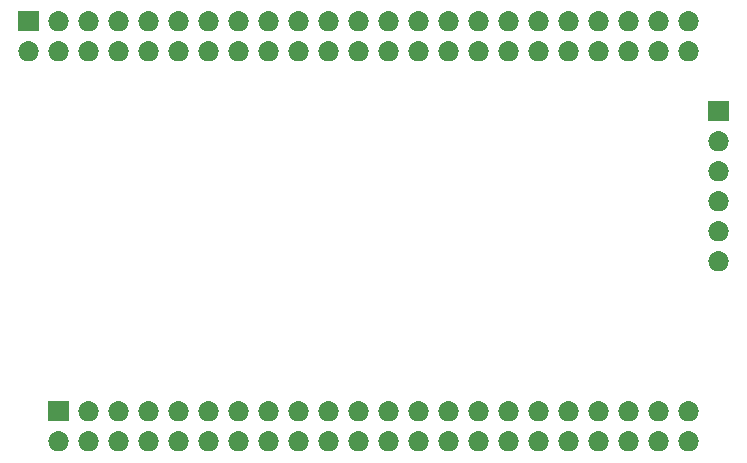
<source format=gbs>
G04 #@! TF.GenerationSoftware,KiCad,Pcbnew,(6.0.0-rc1-dev-1521-g81a0ab4d7)*
G04 #@! TF.CreationDate,2019-02-16T05:45:15+09:00
G04 #@! TF.ProjectId,STM32F303VET6,53544d33-3246-4333-9033-564554362e6b,rev?*
G04 #@! TF.SameCoordinates,Original*
G04 #@! TF.FileFunction,Soldermask,Bot*
G04 #@! TF.FilePolarity,Negative*
%FSLAX46Y46*%
G04 Gerber Fmt 4.6, Leading zero omitted, Abs format (unit mm)*
G04 Created by KiCad (PCBNEW (6.0.0-rc1-dev-1521-g81a0ab4d7)) date 2019/02/16 5:45:15*
%MOMM*%
%LPD*%
G04 APERTURE LIST*
%ADD10C,0.100000*%
G04 APERTURE END LIST*
D10*
G36*
X96686630Y-118542299D02*
G01*
X96846855Y-118590903D01*
X96994520Y-118669831D01*
X97123949Y-118776051D01*
X97230169Y-118905480D01*
X97309097Y-119053145D01*
X97357701Y-119213370D01*
X97374112Y-119380000D01*
X97357701Y-119546630D01*
X97309097Y-119706855D01*
X97230169Y-119854520D01*
X97123949Y-119983949D01*
X96994520Y-120090169D01*
X96846855Y-120169097D01*
X96686630Y-120217701D01*
X96561752Y-120230000D01*
X96478248Y-120230000D01*
X96353370Y-120217701D01*
X96193145Y-120169097D01*
X96045480Y-120090169D01*
X95916051Y-119983949D01*
X95809831Y-119854520D01*
X95730903Y-119706855D01*
X95682299Y-119546630D01*
X95665888Y-119380000D01*
X95682299Y-119213370D01*
X95730903Y-119053145D01*
X95809831Y-118905480D01*
X95916051Y-118776051D01*
X96045480Y-118669831D01*
X96193145Y-118590903D01*
X96353370Y-118542299D01*
X96478248Y-118530000D01*
X96561752Y-118530000D01*
X96686630Y-118542299D01*
X96686630Y-118542299D01*
G37*
G36*
X124626630Y-118542299D02*
G01*
X124786855Y-118590903D01*
X124934520Y-118669831D01*
X125063949Y-118776051D01*
X125170169Y-118905480D01*
X125249097Y-119053145D01*
X125297701Y-119213370D01*
X125314112Y-119380000D01*
X125297701Y-119546630D01*
X125249097Y-119706855D01*
X125170169Y-119854520D01*
X125063949Y-119983949D01*
X124934520Y-120090169D01*
X124786855Y-120169097D01*
X124626630Y-120217701D01*
X124501752Y-120230000D01*
X124418248Y-120230000D01*
X124293370Y-120217701D01*
X124133145Y-120169097D01*
X123985480Y-120090169D01*
X123856051Y-119983949D01*
X123749831Y-119854520D01*
X123670903Y-119706855D01*
X123622299Y-119546630D01*
X123605888Y-119380000D01*
X123622299Y-119213370D01*
X123670903Y-119053145D01*
X123749831Y-118905480D01*
X123856051Y-118776051D01*
X123985480Y-118669831D01*
X124133145Y-118590903D01*
X124293370Y-118542299D01*
X124418248Y-118530000D01*
X124501752Y-118530000D01*
X124626630Y-118542299D01*
X124626630Y-118542299D01*
G37*
G36*
X150026630Y-118542299D02*
G01*
X150186855Y-118590903D01*
X150334520Y-118669831D01*
X150463949Y-118776051D01*
X150570169Y-118905480D01*
X150649097Y-119053145D01*
X150697701Y-119213370D01*
X150714112Y-119380000D01*
X150697701Y-119546630D01*
X150649097Y-119706855D01*
X150570169Y-119854520D01*
X150463949Y-119983949D01*
X150334520Y-120090169D01*
X150186855Y-120169097D01*
X150026630Y-120217701D01*
X149901752Y-120230000D01*
X149818248Y-120230000D01*
X149693370Y-120217701D01*
X149533145Y-120169097D01*
X149385480Y-120090169D01*
X149256051Y-119983949D01*
X149149831Y-119854520D01*
X149070903Y-119706855D01*
X149022299Y-119546630D01*
X149005888Y-119380000D01*
X149022299Y-119213370D01*
X149070903Y-119053145D01*
X149149831Y-118905480D01*
X149256051Y-118776051D01*
X149385480Y-118669831D01*
X149533145Y-118590903D01*
X149693370Y-118542299D01*
X149818248Y-118530000D01*
X149901752Y-118530000D01*
X150026630Y-118542299D01*
X150026630Y-118542299D01*
G37*
G36*
X144946630Y-118542299D02*
G01*
X145106855Y-118590903D01*
X145254520Y-118669831D01*
X145383949Y-118776051D01*
X145490169Y-118905480D01*
X145569097Y-119053145D01*
X145617701Y-119213370D01*
X145634112Y-119380000D01*
X145617701Y-119546630D01*
X145569097Y-119706855D01*
X145490169Y-119854520D01*
X145383949Y-119983949D01*
X145254520Y-120090169D01*
X145106855Y-120169097D01*
X144946630Y-120217701D01*
X144821752Y-120230000D01*
X144738248Y-120230000D01*
X144613370Y-120217701D01*
X144453145Y-120169097D01*
X144305480Y-120090169D01*
X144176051Y-119983949D01*
X144069831Y-119854520D01*
X143990903Y-119706855D01*
X143942299Y-119546630D01*
X143925888Y-119380000D01*
X143942299Y-119213370D01*
X143990903Y-119053145D01*
X144069831Y-118905480D01*
X144176051Y-118776051D01*
X144305480Y-118669831D01*
X144453145Y-118590903D01*
X144613370Y-118542299D01*
X144738248Y-118530000D01*
X144821752Y-118530000D01*
X144946630Y-118542299D01*
X144946630Y-118542299D01*
G37*
G36*
X142406630Y-118542299D02*
G01*
X142566855Y-118590903D01*
X142714520Y-118669831D01*
X142843949Y-118776051D01*
X142950169Y-118905480D01*
X143029097Y-119053145D01*
X143077701Y-119213370D01*
X143094112Y-119380000D01*
X143077701Y-119546630D01*
X143029097Y-119706855D01*
X142950169Y-119854520D01*
X142843949Y-119983949D01*
X142714520Y-120090169D01*
X142566855Y-120169097D01*
X142406630Y-120217701D01*
X142281752Y-120230000D01*
X142198248Y-120230000D01*
X142073370Y-120217701D01*
X141913145Y-120169097D01*
X141765480Y-120090169D01*
X141636051Y-119983949D01*
X141529831Y-119854520D01*
X141450903Y-119706855D01*
X141402299Y-119546630D01*
X141385888Y-119380000D01*
X141402299Y-119213370D01*
X141450903Y-119053145D01*
X141529831Y-118905480D01*
X141636051Y-118776051D01*
X141765480Y-118669831D01*
X141913145Y-118590903D01*
X142073370Y-118542299D01*
X142198248Y-118530000D01*
X142281752Y-118530000D01*
X142406630Y-118542299D01*
X142406630Y-118542299D01*
G37*
G36*
X139866630Y-118542299D02*
G01*
X140026855Y-118590903D01*
X140174520Y-118669831D01*
X140303949Y-118776051D01*
X140410169Y-118905480D01*
X140489097Y-119053145D01*
X140537701Y-119213370D01*
X140554112Y-119380000D01*
X140537701Y-119546630D01*
X140489097Y-119706855D01*
X140410169Y-119854520D01*
X140303949Y-119983949D01*
X140174520Y-120090169D01*
X140026855Y-120169097D01*
X139866630Y-120217701D01*
X139741752Y-120230000D01*
X139658248Y-120230000D01*
X139533370Y-120217701D01*
X139373145Y-120169097D01*
X139225480Y-120090169D01*
X139096051Y-119983949D01*
X138989831Y-119854520D01*
X138910903Y-119706855D01*
X138862299Y-119546630D01*
X138845888Y-119380000D01*
X138862299Y-119213370D01*
X138910903Y-119053145D01*
X138989831Y-118905480D01*
X139096051Y-118776051D01*
X139225480Y-118669831D01*
X139373145Y-118590903D01*
X139533370Y-118542299D01*
X139658248Y-118530000D01*
X139741752Y-118530000D01*
X139866630Y-118542299D01*
X139866630Y-118542299D01*
G37*
G36*
X137326630Y-118542299D02*
G01*
X137486855Y-118590903D01*
X137634520Y-118669831D01*
X137763949Y-118776051D01*
X137870169Y-118905480D01*
X137949097Y-119053145D01*
X137997701Y-119213370D01*
X138014112Y-119380000D01*
X137997701Y-119546630D01*
X137949097Y-119706855D01*
X137870169Y-119854520D01*
X137763949Y-119983949D01*
X137634520Y-120090169D01*
X137486855Y-120169097D01*
X137326630Y-120217701D01*
X137201752Y-120230000D01*
X137118248Y-120230000D01*
X136993370Y-120217701D01*
X136833145Y-120169097D01*
X136685480Y-120090169D01*
X136556051Y-119983949D01*
X136449831Y-119854520D01*
X136370903Y-119706855D01*
X136322299Y-119546630D01*
X136305888Y-119380000D01*
X136322299Y-119213370D01*
X136370903Y-119053145D01*
X136449831Y-118905480D01*
X136556051Y-118776051D01*
X136685480Y-118669831D01*
X136833145Y-118590903D01*
X136993370Y-118542299D01*
X137118248Y-118530000D01*
X137201752Y-118530000D01*
X137326630Y-118542299D01*
X137326630Y-118542299D01*
G37*
G36*
X134786630Y-118542299D02*
G01*
X134946855Y-118590903D01*
X135094520Y-118669831D01*
X135223949Y-118776051D01*
X135330169Y-118905480D01*
X135409097Y-119053145D01*
X135457701Y-119213370D01*
X135474112Y-119380000D01*
X135457701Y-119546630D01*
X135409097Y-119706855D01*
X135330169Y-119854520D01*
X135223949Y-119983949D01*
X135094520Y-120090169D01*
X134946855Y-120169097D01*
X134786630Y-120217701D01*
X134661752Y-120230000D01*
X134578248Y-120230000D01*
X134453370Y-120217701D01*
X134293145Y-120169097D01*
X134145480Y-120090169D01*
X134016051Y-119983949D01*
X133909831Y-119854520D01*
X133830903Y-119706855D01*
X133782299Y-119546630D01*
X133765888Y-119380000D01*
X133782299Y-119213370D01*
X133830903Y-119053145D01*
X133909831Y-118905480D01*
X134016051Y-118776051D01*
X134145480Y-118669831D01*
X134293145Y-118590903D01*
X134453370Y-118542299D01*
X134578248Y-118530000D01*
X134661752Y-118530000D01*
X134786630Y-118542299D01*
X134786630Y-118542299D01*
G37*
G36*
X132246630Y-118542299D02*
G01*
X132406855Y-118590903D01*
X132554520Y-118669831D01*
X132683949Y-118776051D01*
X132790169Y-118905480D01*
X132869097Y-119053145D01*
X132917701Y-119213370D01*
X132934112Y-119380000D01*
X132917701Y-119546630D01*
X132869097Y-119706855D01*
X132790169Y-119854520D01*
X132683949Y-119983949D01*
X132554520Y-120090169D01*
X132406855Y-120169097D01*
X132246630Y-120217701D01*
X132121752Y-120230000D01*
X132038248Y-120230000D01*
X131913370Y-120217701D01*
X131753145Y-120169097D01*
X131605480Y-120090169D01*
X131476051Y-119983949D01*
X131369831Y-119854520D01*
X131290903Y-119706855D01*
X131242299Y-119546630D01*
X131225888Y-119380000D01*
X131242299Y-119213370D01*
X131290903Y-119053145D01*
X131369831Y-118905480D01*
X131476051Y-118776051D01*
X131605480Y-118669831D01*
X131753145Y-118590903D01*
X131913370Y-118542299D01*
X132038248Y-118530000D01*
X132121752Y-118530000D01*
X132246630Y-118542299D01*
X132246630Y-118542299D01*
G37*
G36*
X129706630Y-118542299D02*
G01*
X129866855Y-118590903D01*
X130014520Y-118669831D01*
X130143949Y-118776051D01*
X130250169Y-118905480D01*
X130329097Y-119053145D01*
X130377701Y-119213370D01*
X130394112Y-119380000D01*
X130377701Y-119546630D01*
X130329097Y-119706855D01*
X130250169Y-119854520D01*
X130143949Y-119983949D01*
X130014520Y-120090169D01*
X129866855Y-120169097D01*
X129706630Y-120217701D01*
X129581752Y-120230000D01*
X129498248Y-120230000D01*
X129373370Y-120217701D01*
X129213145Y-120169097D01*
X129065480Y-120090169D01*
X128936051Y-119983949D01*
X128829831Y-119854520D01*
X128750903Y-119706855D01*
X128702299Y-119546630D01*
X128685888Y-119380000D01*
X128702299Y-119213370D01*
X128750903Y-119053145D01*
X128829831Y-118905480D01*
X128936051Y-118776051D01*
X129065480Y-118669831D01*
X129213145Y-118590903D01*
X129373370Y-118542299D01*
X129498248Y-118530000D01*
X129581752Y-118530000D01*
X129706630Y-118542299D01*
X129706630Y-118542299D01*
G37*
G36*
X127166630Y-118542299D02*
G01*
X127326855Y-118590903D01*
X127474520Y-118669831D01*
X127603949Y-118776051D01*
X127710169Y-118905480D01*
X127789097Y-119053145D01*
X127837701Y-119213370D01*
X127854112Y-119380000D01*
X127837701Y-119546630D01*
X127789097Y-119706855D01*
X127710169Y-119854520D01*
X127603949Y-119983949D01*
X127474520Y-120090169D01*
X127326855Y-120169097D01*
X127166630Y-120217701D01*
X127041752Y-120230000D01*
X126958248Y-120230000D01*
X126833370Y-120217701D01*
X126673145Y-120169097D01*
X126525480Y-120090169D01*
X126396051Y-119983949D01*
X126289831Y-119854520D01*
X126210903Y-119706855D01*
X126162299Y-119546630D01*
X126145888Y-119380000D01*
X126162299Y-119213370D01*
X126210903Y-119053145D01*
X126289831Y-118905480D01*
X126396051Y-118776051D01*
X126525480Y-118669831D01*
X126673145Y-118590903D01*
X126833370Y-118542299D01*
X126958248Y-118530000D01*
X127041752Y-118530000D01*
X127166630Y-118542299D01*
X127166630Y-118542299D01*
G37*
G36*
X147486630Y-118542299D02*
G01*
X147646855Y-118590903D01*
X147794520Y-118669831D01*
X147923949Y-118776051D01*
X148030169Y-118905480D01*
X148109097Y-119053145D01*
X148157701Y-119213370D01*
X148174112Y-119380000D01*
X148157701Y-119546630D01*
X148109097Y-119706855D01*
X148030169Y-119854520D01*
X147923949Y-119983949D01*
X147794520Y-120090169D01*
X147646855Y-120169097D01*
X147486630Y-120217701D01*
X147361752Y-120230000D01*
X147278248Y-120230000D01*
X147153370Y-120217701D01*
X146993145Y-120169097D01*
X146845480Y-120090169D01*
X146716051Y-119983949D01*
X146609831Y-119854520D01*
X146530903Y-119706855D01*
X146482299Y-119546630D01*
X146465888Y-119380000D01*
X146482299Y-119213370D01*
X146530903Y-119053145D01*
X146609831Y-118905480D01*
X146716051Y-118776051D01*
X146845480Y-118669831D01*
X146993145Y-118590903D01*
X147153370Y-118542299D01*
X147278248Y-118530000D01*
X147361752Y-118530000D01*
X147486630Y-118542299D01*
X147486630Y-118542299D01*
G37*
G36*
X119546630Y-118542299D02*
G01*
X119706855Y-118590903D01*
X119854520Y-118669831D01*
X119983949Y-118776051D01*
X120090169Y-118905480D01*
X120169097Y-119053145D01*
X120217701Y-119213370D01*
X120234112Y-119380000D01*
X120217701Y-119546630D01*
X120169097Y-119706855D01*
X120090169Y-119854520D01*
X119983949Y-119983949D01*
X119854520Y-120090169D01*
X119706855Y-120169097D01*
X119546630Y-120217701D01*
X119421752Y-120230000D01*
X119338248Y-120230000D01*
X119213370Y-120217701D01*
X119053145Y-120169097D01*
X118905480Y-120090169D01*
X118776051Y-119983949D01*
X118669831Y-119854520D01*
X118590903Y-119706855D01*
X118542299Y-119546630D01*
X118525888Y-119380000D01*
X118542299Y-119213370D01*
X118590903Y-119053145D01*
X118669831Y-118905480D01*
X118776051Y-118776051D01*
X118905480Y-118669831D01*
X119053145Y-118590903D01*
X119213370Y-118542299D01*
X119338248Y-118530000D01*
X119421752Y-118530000D01*
X119546630Y-118542299D01*
X119546630Y-118542299D01*
G37*
G36*
X117006630Y-118542299D02*
G01*
X117166855Y-118590903D01*
X117314520Y-118669831D01*
X117443949Y-118776051D01*
X117550169Y-118905480D01*
X117629097Y-119053145D01*
X117677701Y-119213370D01*
X117694112Y-119380000D01*
X117677701Y-119546630D01*
X117629097Y-119706855D01*
X117550169Y-119854520D01*
X117443949Y-119983949D01*
X117314520Y-120090169D01*
X117166855Y-120169097D01*
X117006630Y-120217701D01*
X116881752Y-120230000D01*
X116798248Y-120230000D01*
X116673370Y-120217701D01*
X116513145Y-120169097D01*
X116365480Y-120090169D01*
X116236051Y-119983949D01*
X116129831Y-119854520D01*
X116050903Y-119706855D01*
X116002299Y-119546630D01*
X115985888Y-119380000D01*
X116002299Y-119213370D01*
X116050903Y-119053145D01*
X116129831Y-118905480D01*
X116236051Y-118776051D01*
X116365480Y-118669831D01*
X116513145Y-118590903D01*
X116673370Y-118542299D01*
X116798248Y-118530000D01*
X116881752Y-118530000D01*
X117006630Y-118542299D01*
X117006630Y-118542299D01*
G37*
G36*
X114466630Y-118542299D02*
G01*
X114626855Y-118590903D01*
X114774520Y-118669831D01*
X114903949Y-118776051D01*
X115010169Y-118905480D01*
X115089097Y-119053145D01*
X115137701Y-119213370D01*
X115154112Y-119380000D01*
X115137701Y-119546630D01*
X115089097Y-119706855D01*
X115010169Y-119854520D01*
X114903949Y-119983949D01*
X114774520Y-120090169D01*
X114626855Y-120169097D01*
X114466630Y-120217701D01*
X114341752Y-120230000D01*
X114258248Y-120230000D01*
X114133370Y-120217701D01*
X113973145Y-120169097D01*
X113825480Y-120090169D01*
X113696051Y-119983949D01*
X113589831Y-119854520D01*
X113510903Y-119706855D01*
X113462299Y-119546630D01*
X113445888Y-119380000D01*
X113462299Y-119213370D01*
X113510903Y-119053145D01*
X113589831Y-118905480D01*
X113696051Y-118776051D01*
X113825480Y-118669831D01*
X113973145Y-118590903D01*
X114133370Y-118542299D01*
X114258248Y-118530000D01*
X114341752Y-118530000D01*
X114466630Y-118542299D01*
X114466630Y-118542299D01*
G37*
G36*
X111926630Y-118542299D02*
G01*
X112086855Y-118590903D01*
X112234520Y-118669831D01*
X112363949Y-118776051D01*
X112470169Y-118905480D01*
X112549097Y-119053145D01*
X112597701Y-119213370D01*
X112614112Y-119380000D01*
X112597701Y-119546630D01*
X112549097Y-119706855D01*
X112470169Y-119854520D01*
X112363949Y-119983949D01*
X112234520Y-120090169D01*
X112086855Y-120169097D01*
X111926630Y-120217701D01*
X111801752Y-120230000D01*
X111718248Y-120230000D01*
X111593370Y-120217701D01*
X111433145Y-120169097D01*
X111285480Y-120090169D01*
X111156051Y-119983949D01*
X111049831Y-119854520D01*
X110970903Y-119706855D01*
X110922299Y-119546630D01*
X110905888Y-119380000D01*
X110922299Y-119213370D01*
X110970903Y-119053145D01*
X111049831Y-118905480D01*
X111156051Y-118776051D01*
X111285480Y-118669831D01*
X111433145Y-118590903D01*
X111593370Y-118542299D01*
X111718248Y-118530000D01*
X111801752Y-118530000D01*
X111926630Y-118542299D01*
X111926630Y-118542299D01*
G37*
G36*
X109386630Y-118542299D02*
G01*
X109546855Y-118590903D01*
X109694520Y-118669831D01*
X109823949Y-118776051D01*
X109930169Y-118905480D01*
X110009097Y-119053145D01*
X110057701Y-119213370D01*
X110074112Y-119380000D01*
X110057701Y-119546630D01*
X110009097Y-119706855D01*
X109930169Y-119854520D01*
X109823949Y-119983949D01*
X109694520Y-120090169D01*
X109546855Y-120169097D01*
X109386630Y-120217701D01*
X109261752Y-120230000D01*
X109178248Y-120230000D01*
X109053370Y-120217701D01*
X108893145Y-120169097D01*
X108745480Y-120090169D01*
X108616051Y-119983949D01*
X108509831Y-119854520D01*
X108430903Y-119706855D01*
X108382299Y-119546630D01*
X108365888Y-119380000D01*
X108382299Y-119213370D01*
X108430903Y-119053145D01*
X108509831Y-118905480D01*
X108616051Y-118776051D01*
X108745480Y-118669831D01*
X108893145Y-118590903D01*
X109053370Y-118542299D01*
X109178248Y-118530000D01*
X109261752Y-118530000D01*
X109386630Y-118542299D01*
X109386630Y-118542299D01*
G37*
G36*
X106846630Y-118542299D02*
G01*
X107006855Y-118590903D01*
X107154520Y-118669831D01*
X107283949Y-118776051D01*
X107390169Y-118905480D01*
X107469097Y-119053145D01*
X107517701Y-119213370D01*
X107534112Y-119380000D01*
X107517701Y-119546630D01*
X107469097Y-119706855D01*
X107390169Y-119854520D01*
X107283949Y-119983949D01*
X107154520Y-120090169D01*
X107006855Y-120169097D01*
X106846630Y-120217701D01*
X106721752Y-120230000D01*
X106638248Y-120230000D01*
X106513370Y-120217701D01*
X106353145Y-120169097D01*
X106205480Y-120090169D01*
X106076051Y-119983949D01*
X105969831Y-119854520D01*
X105890903Y-119706855D01*
X105842299Y-119546630D01*
X105825888Y-119380000D01*
X105842299Y-119213370D01*
X105890903Y-119053145D01*
X105969831Y-118905480D01*
X106076051Y-118776051D01*
X106205480Y-118669831D01*
X106353145Y-118590903D01*
X106513370Y-118542299D01*
X106638248Y-118530000D01*
X106721752Y-118530000D01*
X106846630Y-118542299D01*
X106846630Y-118542299D01*
G37*
G36*
X104306630Y-118542299D02*
G01*
X104466855Y-118590903D01*
X104614520Y-118669831D01*
X104743949Y-118776051D01*
X104850169Y-118905480D01*
X104929097Y-119053145D01*
X104977701Y-119213370D01*
X104994112Y-119380000D01*
X104977701Y-119546630D01*
X104929097Y-119706855D01*
X104850169Y-119854520D01*
X104743949Y-119983949D01*
X104614520Y-120090169D01*
X104466855Y-120169097D01*
X104306630Y-120217701D01*
X104181752Y-120230000D01*
X104098248Y-120230000D01*
X103973370Y-120217701D01*
X103813145Y-120169097D01*
X103665480Y-120090169D01*
X103536051Y-119983949D01*
X103429831Y-119854520D01*
X103350903Y-119706855D01*
X103302299Y-119546630D01*
X103285888Y-119380000D01*
X103302299Y-119213370D01*
X103350903Y-119053145D01*
X103429831Y-118905480D01*
X103536051Y-118776051D01*
X103665480Y-118669831D01*
X103813145Y-118590903D01*
X103973370Y-118542299D01*
X104098248Y-118530000D01*
X104181752Y-118530000D01*
X104306630Y-118542299D01*
X104306630Y-118542299D01*
G37*
G36*
X101766630Y-118542299D02*
G01*
X101926855Y-118590903D01*
X102074520Y-118669831D01*
X102203949Y-118776051D01*
X102310169Y-118905480D01*
X102389097Y-119053145D01*
X102437701Y-119213370D01*
X102454112Y-119380000D01*
X102437701Y-119546630D01*
X102389097Y-119706855D01*
X102310169Y-119854520D01*
X102203949Y-119983949D01*
X102074520Y-120090169D01*
X101926855Y-120169097D01*
X101766630Y-120217701D01*
X101641752Y-120230000D01*
X101558248Y-120230000D01*
X101433370Y-120217701D01*
X101273145Y-120169097D01*
X101125480Y-120090169D01*
X100996051Y-119983949D01*
X100889831Y-119854520D01*
X100810903Y-119706855D01*
X100762299Y-119546630D01*
X100745888Y-119380000D01*
X100762299Y-119213370D01*
X100810903Y-119053145D01*
X100889831Y-118905480D01*
X100996051Y-118776051D01*
X101125480Y-118669831D01*
X101273145Y-118590903D01*
X101433370Y-118542299D01*
X101558248Y-118530000D01*
X101641752Y-118530000D01*
X101766630Y-118542299D01*
X101766630Y-118542299D01*
G37*
G36*
X99226630Y-118542299D02*
G01*
X99386855Y-118590903D01*
X99534520Y-118669831D01*
X99663949Y-118776051D01*
X99770169Y-118905480D01*
X99849097Y-119053145D01*
X99897701Y-119213370D01*
X99914112Y-119380000D01*
X99897701Y-119546630D01*
X99849097Y-119706855D01*
X99770169Y-119854520D01*
X99663949Y-119983949D01*
X99534520Y-120090169D01*
X99386855Y-120169097D01*
X99226630Y-120217701D01*
X99101752Y-120230000D01*
X99018248Y-120230000D01*
X98893370Y-120217701D01*
X98733145Y-120169097D01*
X98585480Y-120090169D01*
X98456051Y-119983949D01*
X98349831Y-119854520D01*
X98270903Y-119706855D01*
X98222299Y-119546630D01*
X98205888Y-119380000D01*
X98222299Y-119213370D01*
X98270903Y-119053145D01*
X98349831Y-118905480D01*
X98456051Y-118776051D01*
X98585480Y-118669831D01*
X98733145Y-118590903D01*
X98893370Y-118542299D01*
X99018248Y-118530000D01*
X99101752Y-118530000D01*
X99226630Y-118542299D01*
X99226630Y-118542299D01*
G37*
G36*
X122086630Y-118542299D02*
G01*
X122246855Y-118590903D01*
X122394520Y-118669831D01*
X122523949Y-118776051D01*
X122630169Y-118905480D01*
X122709097Y-119053145D01*
X122757701Y-119213370D01*
X122774112Y-119380000D01*
X122757701Y-119546630D01*
X122709097Y-119706855D01*
X122630169Y-119854520D01*
X122523949Y-119983949D01*
X122394520Y-120090169D01*
X122246855Y-120169097D01*
X122086630Y-120217701D01*
X121961752Y-120230000D01*
X121878248Y-120230000D01*
X121753370Y-120217701D01*
X121593145Y-120169097D01*
X121445480Y-120090169D01*
X121316051Y-119983949D01*
X121209831Y-119854520D01*
X121130903Y-119706855D01*
X121082299Y-119546630D01*
X121065888Y-119380000D01*
X121082299Y-119213370D01*
X121130903Y-119053145D01*
X121209831Y-118905480D01*
X121316051Y-118776051D01*
X121445480Y-118669831D01*
X121593145Y-118590903D01*
X121753370Y-118542299D01*
X121878248Y-118530000D01*
X121961752Y-118530000D01*
X122086630Y-118542299D01*
X122086630Y-118542299D01*
G37*
G36*
X122086630Y-116002299D02*
G01*
X122246855Y-116050903D01*
X122394520Y-116129831D01*
X122523949Y-116236051D01*
X122630169Y-116365480D01*
X122709097Y-116513145D01*
X122757701Y-116673370D01*
X122774112Y-116840000D01*
X122757701Y-117006630D01*
X122709097Y-117166855D01*
X122630169Y-117314520D01*
X122523949Y-117443949D01*
X122394520Y-117550169D01*
X122246855Y-117629097D01*
X122086630Y-117677701D01*
X121961752Y-117690000D01*
X121878248Y-117690000D01*
X121753370Y-117677701D01*
X121593145Y-117629097D01*
X121445480Y-117550169D01*
X121316051Y-117443949D01*
X121209831Y-117314520D01*
X121130903Y-117166855D01*
X121082299Y-117006630D01*
X121065888Y-116840000D01*
X121082299Y-116673370D01*
X121130903Y-116513145D01*
X121209831Y-116365480D01*
X121316051Y-116236051D01*
X121445480Y-116129831D01*
X121593145Y-116050903D01*
X121753370Y-116002299D01*
X121878248Y-115990000D01*
X121961752Y-115990000D01*
X122086630Y-116002299D01*
X122086630Y-116002299D01*
G37*
G36*
X104306630Y-116002299D02*
G01*
X104466855Y-116050903D01*
X104614520Y-116129831D01*
X104743949Y-116236051D01*
X104850169Y-116365480D01*
X104929097Y-116513145D01*
X104977701Y-116673370D01*
X104994112Y-116840000D01*
X104977701Y-117006630D01*
X104929097Y-117166855D01*
X104850169Y-117314520D01*
X104743949Y-117443949D01*
X104614520Y-117550169D01*
X104466855Y-117629097D01*
X104306630Y-117677701D01*
X104181752Y-117690000D01*
X104098248Y-117690000D01*
X103973370Y-117677701D01*
X103813145Y-117629097D01*
X103665480Y-117550169D01*
X103536051Y-117443949D01*
X103429831Y-117314520D01*
X103350903Y-117166855D01*
X103302299Y-117006630D01*
X103285888Y-116840000D01*
X103302299Y-116673370D01*
X103350903Y-116513145D01*
X103429831Y-116365480D01*
X103536051Y-116236051D01*
X103665480Y-116129831D01*
X103813145Y-116050903D01*
X103973370Y-116002299D01*
X104098248Y-115990000D01*
X104181752Y-115990000D01*
X104306630Y-116002299D01*
X104306630Y-116002299D01*
G37*
G36*
X124626630Y-116002299D02*
G01*
X124786855Y-116050903D01*
X124934520Y-116129831D01*
X125063949Y-116236051D01*
X125170169Y-116365480D01*
X125249097Y-116513145D01*
X125297701Y-116673370D01*
X125314112Y-116840000D01*
X125297701Y-117006630D01*
X125249097Y-117166855D01*
X125170169Y-117314520D01*
X125063949Y-117443949D01*
X124934520Y-117550169D01*
X124786855Y-117629097D01*
X124626630Y-117677701D01*
X124501752Y-117690000D01*
X124418248Y-117690000D01*
X124293370Y-117677701D01*
X124133145Y-117629097D01*
X123985480Y-117550169D01*
X123856051Y-117443949D01*
X123749831Y-117314520D01*
X123670903Y-117166855D01*
X123622299Y-117006630D01*
X123605888Y-116840000D01*
X123622299Y-116673370D01*
X123670903Y-116513145D01*
X123749831Y-116365480D01*
X123856051Y-116236051D01*
X123985480Y-116129831D01*
X124133145Y-116050903D01*
X124293370Y-116002299D01*
X124418248Y-115990000D01*
X124501752Y-115990000D01*
X124626630Y-116002299D01*
X124626630Y-116002299D01*
G37*
G36*
X127166630Y-116002299D02*
G01*
X127326855Y-116050903D01*
X127474520Y-116129831D01*
X127603949Y-116236051D01*
X127710169Y-116365480D01*
X127789097Y-116513145D01*
X127837701Y-116673370D01*
X127854112Y-116840000D01*
X127837701Y-117006630D01*
X127789097Y-117166855D01*
X127710169Y-117314520D01*
X127603949Y-117443949D01*
X127474520Y-117550169D01*
X127326855Y-117629097D01*
X127166630Y-117677701D01*
X127041752Y-117690000D01*
X126958248Y-117690000D01*
X126833370Y-117677701D01*
X126673145Y-117629097D01*
X126525480Y-117550169D01*
X126396051Y-117443949D01*
X126289831Y-117314520D01*
X126210903Y-117166855D01*
X126162299Y-117006630D01*
X126145888Y-116840000D01*
X126162299Y-116673370D01*
X126210903Y-116513145D01*
X126289831Y-116365480D01*
X126396051Y-116236051D01*
X126525480Y-116129831D01*
X126673145Y-116050903D01*
X126833370Y-116002299D01*
X126958248Y-115990000D01*
X127041752Y-115990000D01*
X127166630Y-116002299D01*
X127166630Y-116002299D01*
G37*
G36*
X129706630Y-116002299D02*
G01*
X129866855Y-116050903D01*
X130014520Y-116129831D01*
X130143949Y-116236051D01*
X130250169Y-116365480D01*
X130329097Y-116513145D01*
X130377701Y-116673370D01*
X130394112Y-116840000D01*
X130377701Y-117006630D01*
X130329097Y-117166855D01*
X130250169Y-117314520D01*
X130143949Y-117443949D01*
X130014520Y-117550169D01*
X129866855Y-117629097D01*
X129706630Y-117677701D01*
X129581752Y-117690000D01*
X129498248Y-117690000D01*
X129373370Y-117677701D01*
X129213145Y-117629097D01*
X129065480Y-117550169D01*
X128936051Y-117443949D01*
X128829831Y-117314520D01*
X128750903Y-117166855D01*
X128702299Y-117006630D01*
X128685888Y-116840000D01*
X128702299Y-116673370D01*
X128750903Y-116513145D01*
X128829831Y-116365480D01*
X128936051Y-116236051D01*
X129065480Y-116129831D01*
X129213145Y-116050903D01*
X129373370Y-116002299D01*
X129498248Y-115990000D01*
X129581752Y-115990000D01*
X129706630Y-116002299D01*
X129706630Y-116002299D01*
G37*
G36*
X132246630Y-116002299D02*
G01*
X132406855Y-116050903D01*
X132554520Y-116129831D01*
X132683949Y-116236051D01*
X132790169Y-116365480D01*
X132869097Y-116513145D01*
X132917701Y-116673370D01*
X132934112Y-116840000D01*
X132917701Y-117006630D01*
X132869097Y-117166855D01*
X132790169Y-117314520D01*
X132683949Y-117443949D01*
X132554520Y-117550169D01*
X132406855Y-117629097D01*
X132246630Y-117677701D01*
X132121752Y-117690000D01*
X132038248Y-117690000D01*
X131913370Y-117677701D01*
X131753145Y-117629097D01*
X131605480Y-117550169D01*
X131476051Y-117443949D01*
X131369831Y-117314520D01*
X131290903Y-117166855D01*
X131242299Y-117006630D01*
X131225888Y-116840000D01*
X131242299Y-116673370D01*
X131290903Y-116513145D01*
X131369831Y-116365480D01*
X131476051Y-116236051D01*
X131605480Y-116129831D01*
X131753145Y-116050903D01*
X131913370Y-116002299D01*
X132038248Y-115990000D01*
X132121752Y-115990000D01*
X132246630Y-116002299D01*
X132246630Y-116002299D01*
G37*
G36*
X134786630Y-116002299D02*
G01*
X134946855Y-116050903D01*
X135094520Y-116129831D01*
X135223949Y-116236051D01*
X135330169Y-116365480D01*
X135409097Y-116513145D01*
X135457701Y-116673370D01*
X135474112Y-116840000D01*
X135457701Y-117006630D01*
X135409097Y-117166855D01*
X135330169Y-117314520D01*
X135223949Y-117443949D01*
X135094520Y-117550169D01*
X134946855Y-117629097D01*
X134786630Y-117677701D01*
X134661752Y-117690000D01*
X134578248Y-117690000D01*
X134453370Y-117677701D01*
X134293145Y-117629097D01*
X134145480Y-117550169D01*
X134016051Y-117443949D01*
X133909831Y-117314520D01*
X133830903Y-117166855D01*
X133782299Y-117006630D01*
X133765888Y-116840000D01*
X133782299Y-116673370D01*
X133830903Y-116513145D01*
X133909831Y-116365480D01*
X134016051Y-116236051D01*
X134145480Y-116129831D01*
X134293145Y-116050903D01*
X134453370Y-116002299D01*
X134578248Y-115990000D01*
X134661752Y-115990000D01*
X134786630Y-116002299D01*
X134786630Y-116002299D01*
G37*
G36*
X137326630Y-116002299D02*
G01*
X137486855Y-116050903D01*
X137634520Y-116129831D01*
X137763949Y-116236051D01*
X137870169Y-116365480D01*
X137949097Y-116513145D01*
X137997701Y-116673370D01*
X138014112Y-116840000D01*
X137997701Y-117006630D01*
X137949097Y-117166855D01*
X137870169Y-117314520D01*
X137763949Y-117443949D01*
X137634520Y-117550169D01*
X137486855Y-117629097D01*
X137326630Y-117677701D01*
X137201752Y-117690000D01*
X137118248Y-117690000D01*
X136993370Y-117677701D01*
X136833145Y-117629097D01*
X136685480Y-117550169D01*
X136556051Y-117443949D01*
X136449831Y-117314520D01*
X136370903Y-117166855D01*
X136322299Y-117006630D01*
X136305888Y-116840000D01*
X136322299Y-116673370D01*
X136370903Y-116513145D01*
X136449831Y-116365480D01*
X136556051Y-116236051D01*
X136685480Y-116129831D01*
X136833145Y-116050903D01*
X136993370Y-116002299D01*
X137118248Y-115990000D01*
X137201752Y-115990000D01*
X137326630Y-116002299D01*
X137326630Y-116002299D01*
G37*
G36*
X139866630Y-116002299D02*
G01*
X140026855Y-116050903D01*
X140174520Y-116129831D01*
X140303949Y-116236051D01*
X140410169Y-116365480D01*
X140489097Y-116513145D01*
X140537701Y-116673370D01*
X140554112Y-116840000D01*
X140537701Y-117006630D01*
X140489097Y-117166855D01*
X140410169Y-117314520D01*
X140303949Y-117443949D01*
X140174520Y-117550169D01*
X140026855Y-117629097D01*
X139866630Y-117677701D01*
X139741752Y-117690000D01*
X139658248Y-117690000D01*
X139533370Y-117677701D01*
X139373145Y-117629097D01*
X139225480Y-117550169D01*
X139096051Y-117443949D01*
X138989831Y-117314520D01*
X138910903Y-117166855D01*
X138862299Y-117006630D01*
X138845888Y-116840000D01*
X138862299Y-116673370D01*
X138910903Y-116513145D01*
X138989831Y-116365480D01*
X139096051Y-116236051D01*
X139225480Y-116129831D01*
X139373145Y-116050903D01*
X139533370Y-116002299D01*
X139658248Y-115990000D01*
X139741752Y-115990000D01*
X139866630Y-116002299D01*
X139866630Y-116002299D01*
G37*
G36*
X142406630Y-116002299D02*
G01*
X142566855Y-116050903D01*
X142714520Y-116129831D01*
X142843949Y-116236051D01*
X142950169Y-116365480D01*
X143029097Y-116513145D01*
X143077701Y-116673370D01*
X143094112Y-116840000D01*
X143077701Y-117006630D01*
X143029097Y-117166855D01*
X142950169Y-117314520D01*
X142843949Y-117443949D01*
X142714520Y-117550169D01*
X142566855Y-117629097D01*
X142406630Y-117677701D01*
X142281752Y-117690000D01*
X142198248Y-117690000D01*
X142073370Y-117677701D01*
X141913145Y-117629097D01*
X141765480Y-117550169D01*
X141636051Y-117443949D01*
X141529831Y-117314520D01*
X141450903Y-117166855D01*
X141402299Y-117006630D01*
X141385888Y-116840000D01*
X141402299Y-116673370D01*
X141450903Y-116513145D01*
X141529831Y-116365480D01*
X141636051Y-116236051D01*
X141765480Y-116129831D01*
X141913145Y-116050903D01*
X142073370Y-116002299D01*
X142198248Y-115990000D01*
X142281752Y-115990000D01*
X142406630Y-116002299D01*
X142406630Y-116002299D01*
G37*
G36*
X147486630Y-116002299D02*
G01*
X147646855Y-116050903D01*
X147794520Y-116129831D01*
X147923949Y-116236051D01*
X148030169Y-116365480D01*
X148109097Y-116513145D01*
X148157701Y-116673370D01*
X148174112Y-116840000D01*
X148157701Y-117006630D01*
X148109097Y-117166855D01*
X148030169Y-117314520D01*
X147923949Y-117443949D01*
X147794520Y-117550169D01*
X147646855Y-117629097D01*
X147486630Y-117677701D01*
X147361752Y-117690000D01*
X147278248Y-117690000D01*
X147153370Y-117677701D01*
X146993145Y-117629097D01*
X146845480Y-117550169D01*
X146716051Y-117443949D01*
X146609831Y-117314520D01*
X146530903Y-117166855D01*
X146482299Y-117006630D01*
X146465888Y-116840000D01*
X146482299Y-116673370D01*
X146530903Y-116513145D01*
X146609831Y-116365480D01*
X146716051Y-116236051D01*
X146845480Y-116129831D01*
X146993145Y-116050903D01*
X147153370Y-116002299D01*
X147278248Y-115990000D01*
X147361752Y-115990000D01*
X147486630Y-116002299D01*
X147486630Y-116002299D01*
G37*
G36*
X119546630Y-116002299D02*
G01*
X119706855Y-116050903D01*
X119854520Y-116129831D01*
X119983949Y-116236051D01*
X120090169Y-116365480D01*
X120169097Y-116513145D01*
X120217701Y-116673370D01*
X120234112Y-116840000D01*
X120217701Y-117006630D01*
X120169097Y-117166855D01*
X120090169Y-117314520D01*
X119983949Y-117443949D01*
X119854520Y-117550169D01*
X119706855Y-117629097D01*
X119546630Y-117677701D01*
X119421752Y-117690000D01*
X119338248Y-117690000D01*
X119213370Y-117677701D01*
X119053145Y-117629097D01*
X118905480Y-117550169D01*
X118776051Y-117443949D01*
X118669831Y-117314520D01*
X118590903Y-117166855D01*
X118542299Y-117006630D01*
X118525888Y-116840000D01*
X118542299Y-116673370D01*
X118590903Y-116513145D01*
X118669831Y-116365480D01*
X118776051Y-116236051D01*
X118905480Y-116129831D01*
X119053145Y-116050903D01*
X119213370Y-116002299D01*
X119338248Y-115990000D01*
X119421752Y-115990000D01*
X119546630Y-116002299D01*
X119546630Y-116002299D01*
G37*
G36*
X117006630Y-116002299D02*
G01*
X117166855Y-116050903D01*
X117314520Y-116129831D01*
X117443949Y-116236051D01*
X117550169Y-116365480D01*
X117629097Y-116513145D01*
X117677701Y-116673370D01*
X117694112Y-116840000D01*
X117677701Y-117006630D01*
X117629097Y-117166855D01*
X117550169Y-117314520D01*
X117443949Y-117443949D01*
X117314520Y-117550169D01*
X117166855Y-117629097D01*
X117006630Y-117677701D01*
X116881752Y-117690000D01*
X116798248Y-117690000D01*
X116673370Y-117677701D01*
X116513145Y-117629097D01*
X116365480Y-117550169D01*
X116236051Y-117443949D01*
X116129831Y-117314520D01*
X116050903Y-117166855D01*
X116002299Y-117006630D01*
X115985888Y-116840000D01*
X116002299Y-116673370D01*
X116050903Y-116513145D01*
X116129831Y-116365480D01*
X116236051Y-116236051D01*
X116365480Y-116129831D01*
X116513145Y-116050903D01*
X116673370Y-116002299D01*
X116798248Y-115990000D01*
X116881752Y-115990000D01*
X117006630Y-116002299D01*
X117006630Y-116002299D01*
G37*
G36*
X114466630Y-116002299D02*
G01*
X114626855Y-116050903D01*
X114774520Y-116129831D01*
X114903949Y-116236051D01*
X115010169Y-116365480D01*
X115089097Y-116513145D01*
X115137701Y-116673370D01*
X115154112Y-116840000D01*
X115137701Y-117006630D01*
X115089097Y-117166855D01*
X115010169Y-117314520D01*
X114903949Y-117443949D01*
X114774520Y-117550169D01*
X114626855Y-117629097D01*
X114466630Y-117677701D01*
X114341752Y-117690000D01*
X114258248Y-117690000D01*
X114133370Y-117677701D01*
X113973145Y-117629097D01*
X113825480Y-117550169D01*
X113696051Y-117443949D01*
X113589831Y-117314520D01*
X113510903Y-117166855D01*
X113462299Y-117006630D01*
X113445888Y-116840000D01*
X113462299Y-116673370D01*
X113510903Y-116513145D01*
X113589831Y-116365480D01*
X113696051Y-116236051D01*
X113825480Y-116129831D01*
X113973145Y-116050903D01*
X114133370Y-116002299D01*
X114258248Y-115990000D01*
X114341752Y-115990000D01*
X114466630Y-116002299D01*
X114466630Y-116002299D01*
G37*
G36*
X144946630Y-116002299D02*
G01*
X145106855Y-116050903D01*
X145254520Y-116129831D01*
X145383949Y-116236051D01*
X145490169Y-116365480D01*
X145569097Y-116513145D01*
X145617701Y-116673370D01*
X145634112Y-116840000D01*
X145617701Y-117006630D01*
X145569097Y-117166855D01*
X145490169Y-117314520D01*
X145383949Y-117443949D01*
X145254520Y-117550169D01*
X145106855Y-117629097D01*
X144946630Y-117677701D01*
X144821752Y-117690000D01*
X144738248Y-117690000D01*
X144613370Y-117677701D01*
X144453145Y-117629097D01*
X144305480Y-117550169D01*
X144176051Y-117443949D01*
X144069831Y-117314520D01*
X143990903Y-117166855D01*
X143942299Y-117006630D01*
X143925888Y-116840000D01*
X143942299Y-116673370D01*
X143990903Y-116513145D01*
X144069831Y-116365480D01*
X144176051Y-116236051D01*
X144305480Y-116129831D01*
X144453145Y-116050903D01*
X144613370Y-116002299D01*
X144738248Y-115990000D01*
X144821752Y-115990000D01*
X144946630Y-116002299D01*
X144946630Y-116002299D01*
G37*
G36*
X97370000Y-117690000D02*
G01*
X95670000Y-117690000D01*
X95670000Y-115990000D01*
X97370000Y-115990000D01*
X97370000Y-117690000D01*
X97370000Y-117690000D01*
G37*
G36*
X111926630Y-116002299D02*
G01*
X112086855Y-116050903D01*
X112234520Y-116129831D01*
X112363949Y-116236051D01*
X112470169Y-116365480D01*
X112549097Y-116513145D01*
X112597701Y-116673370D01*
X112614112Y-116840000D01*
X112597701Y-117006630D01*
X112549097Y-117166855D01*
X112470169Y-117314520D01*
X112363949Y-117443949D01*
X112234520Y-117550169D01*
X112086855Y-117629097D01*
X111926630Y-117677701D01*
X111801752Y-117690000D01*
X111718248Y-117690000D01*
X111593370Y-117677701D01*
X111433145Y-117629097D01*
X111285480Y-117550169D01*
X111156051Y-117443949D01*
X111049831Y-117314520D01*
X110970903Y-117166855D01*
X110922299Y-117006630D01*
X110905888Y-116840000D01*
X110922299Y-116673370D01*
X110970903Y-116513145D01*
X111049831Y-116365480D01*
X111156051Y-116236051D01*
X111285480Y-116129831D01*
X111433145Y-116050903D01*
X111593370Y-116002299D01*
X111718248Y-115990000D01*
X111801752Y-115990000D01*
X111926630Y-116002299D01*
X111926630Y-116002299D01*
G37*
G36*
X150026630Y-116002299D02*
G01*
X150186855Y-116050903D01*
X150334520Y-116129831D01*
X150463949Y-116236051D01*
X150570169Y-116365480D01*
X150649097Y-116513145D01*
X150697701Y-116673370D01*
X150714112Y-116840000D01*
X150697701Y-117006630D01*
X150649097Y-117166855D01*
X150570169Y-117314520D01*
X150463949Y-117443949D01*
X150334520Y-117550169D01*
X150186855Y-117629097D01*
X150026630Y-117677701D01*
X149901752Y-117690000D01*
X149818248Y-117690000D01*
X149693370Y-117677701D01*
X149533145Y-117629097D01*
X149385480Y-117550169D01*
X149256051Y-117443949D01*
X149149831Y-117314520D01*
X149070903Y-117166855D01*
X149022299Y-117006630D01*
X149005888Y-116840000D01*
X149022299Y-116673370D01*
X149070903Y-116513145D01*
X149149831Y-116365480D01*
X149256051Y-116236051D01*
X149385480Y-116129831D01*
X149533145Y-116050903D01*
X149693370Y-116002299D01*
X149818248Y-115990000D01*
X149901752Y-115990000D01*
X150026630Y-116002299D01*
X150026630Y-116002299D01*
G37*
G36*
X99226630Y-116002299D02*
G01*
X99386855Y-116050903D01*
X99534520Y-116129831D01*
X99663949Y-116236051D01*
X99770169Y-116365480D01*
X99849097Y-116513145D01*
X99897701Y-116673370D01*
X99914112Y-116840000D01*
X99897701Y-117006630D01*
X99849097Y-117166855D01*
X99770169Y-117314520D01*
X99663949Y-117443949D01*
X99534520Y-117550169D01*
X99386855Y-117629097D01*
X99226630Y-117677701D01*
X99101752Y-117690000D01*
X99018248Y-117690000D01*
X98893370Y-117677701D01*
X98733145Y-117629097D01*
X98585480Y-117550169D01*
X98456051Y-117443949D01*
X98349831Y-117314520D01*
X98270903Y-117166855D01*
X98222299Y-117006630D01*
X98205888Y-116840000D01*
X98222299Y-116673370D01*
X98270903Y-116513145D01*
X98349831Y-116365480D01*
X98456051Y-116236051D01*
X98585480Y-116129831D01*
X98733145Y-116050903D01*
X98893370Y-116002299D01*
X99018248Y-115990000D01*
X99101752Y-115990000D01*
X99226630Y-116002299D01*
X99226630Y-116002299D01*
G37*
G36*
X109386630Y-116002299D02*
G01*
X109546855Y-116050903D01*
X109694520Y-116129831D01*
X109823949Y-116236051D01*
X109930169Y-116365480D01*
X110009097Y-116513145D01*
X110057701Y-116673370D01*
X110074112Y-116840000D01*
X110057701Y-117006630D01*
X110009097Y-117166855D01*
X109930169Y-117314520D01*
X109823949Y-117443949D01*
X109694520Y-117550169D01*
X109546855Y-117629097D01*
X109386630Y-117677701D01*
X109261752Y-117690000D01*
X109178248Y-117690000D01*
X109053370Y-117677701D01*
X108893145Y-117629097D01*
X108745480Y-117550169D01*
X108616051Y-117443949D01*
X108509831Y-117314520D01*
X108430903Y-117166855D01*
X108382299Y-117006630D01*
X108365888Y-116840000D01*
X108382299Y-116673370D01*
X108430903Y-116513145D01*
X108509831Y-116365480D01*
X108616051Y-116236051D01*
X108745480Y-116129831D01*
X108893145Y-116050903D01*
X109053370Y-116002299D01*
X109178248Y-115990000D01*
X109261752Y-115990000D01*
X109386630Y-116002299D01*
X109386630Y-116002299D01*
G37*
G36*
X101766630Y-116002299D02*
G01*
X101926855Y-116050903D01*
X102074520Y-116129831D01*
X102203949Y-116236051D01*
X102310169Y-116365480D01*
X102389097Y-116513145D01*
X102437701Y-116673370D01*
X102454112Y-116840000D01*
X102437701Y-117006630D01*
X102389097Y-117166855D01*
X102310169Y-117314520D01*
X102203949Y-117443949D01*
X102074520Y-117550169D01*
X101926855Y-117629097D01*
X101766630Y-117677701D01*
X101641752Y-117690000D01*
X101558248Y-117690000D01*
X101433370Y-117677701D01*
X101273145Y-117629097D01*
X101125480Y-117550169D01*
X100996051Y-117443949D01*
X100889831Y-117314520D01*
X100810903Y-117166855D01*
X100762299Y-117006630D01*
X100745888Y-116840000D01*
X100762299Y-116673370D01*
X100810903Y-116513145D01*
X100889831Y-116365480D01*
X100996051Y-116236051D01*
X101125480Y-116129831D01*
X101273145Y-116050903D01*
X101433370Y-116002299D01*
X101558248Y-115990000D01*
X101641752Y-115990000D01*
X101766630Y-116002299D01*
X101766630Y-116002299D01*
G37*
G36*
X106846630Y-116002299D02*
G01*
X107006855Y-116050903D01*
X107154520Y-116129831D01*
X107283949Y-116236051D01*
X107390169Y-116365480D01*
X107469097Y-116513145D01*
X107517701Y-116673370D01*
X107534112Y-116840000D01*
X107517701Y-117006630D01*
X107469097Y-117166855D01*
X107390169Y-117314520D01*
X107283949Y-117443949D01*
X107154520Y-117550169D01*
X107006855Y-117629097D01*
X106846630Y-117677701D01*
X106721752Y-117690000D01*
X106638248Y-117690000D01*
X106513370Y-117677701D01*
X106353145Y-117629097D01*
X106205480Y-117550169D01*
X106076051Y-117443949D01*
X105969831Y-117314520D01*
X105890903Y-117166855D01*
X105842299Y-117006630D01*
X105825888Y-116840000D01*
X105842299Y-116673370D01*
X105890903Y-116513145D01*
X105969831Y-116365480D01*
X106076051Y-116236051D01*
X106205480Y-116129831D01*
X106353145Y-116050903D01*
X106513370Y-116002299D01*
X106638248Y-115990000D01*
X106721752Y-115990000D01*
X106846630Y-116002299D01*
X106846630Y-116002299D01*
G37*
G36*
X152566630Y-103302299D02*
G01*
X152726855Y-103350903D01*
X152874520Y-103429831D01*
X153003949Y-103536051D01*
X153110169Y-103665480D01*
X153189097Y-103813145D01*
X153237701Y-103973370D01*
X153254112Y-104140000D01*
X153237701Y-104306630D01*
X153189097Y-104466855D01*
X153110169Y-104614520D01*
X153003949Y-104743949D01*
X152874520Y-104850169D01*
X152726855Y-104929097D01*
X152566630Y-104977701D01*
X152441752Y-104990000D01*
X152358248Y-104990000D01*
X152233370Y-104977701D01*
X152073145Y-104929097D01*
X151925480Y-104850169D01*
X151796051Y-104743949D01*
X151689831Y-104614520D01*
X151610903Y-104466855D01*
X151562299Y-104306630D01*
X151545888Y-104140000D01*
X151562299Y-103973370D01*
X151610903Y-103813145D01*
X151689831Y-103665480D01*
X151796051Y-103536051D01*
X151925480Y-103429831D01*
X152073145Y-103350903D01*
X152233370Y-103302299D01*
X152358248Y-103290000D01*
X152441752Y-103290000D01*
X152566630Y-103302299D01*
X152566630Y-103302299D01*
G37*
G36*
X152566630Y-100762299D02*
G01*
X152726855Y-100810903D01*
X152874520Y-100889831D01*
X153003949Y-100996051D01*
X153110169Y-101125480D01*
X153189097Y-101273145D01*
X153237701Y-101433370D01*
X153254112Y-101600000D01*
X153237701Y-101766630D01*
X153189097Y-101926855D01*
X153110169Y-102074520D01*
X153003949Y-102203949D01*
X152874520Y-102310169D01*
X152726855Y-102389097D01*
X152566630Y-102437701D01*
X152441752Y-102450000D01*
X152358248Y-102450000D01*
X152233370Y-102437701D01*
X152073145Y-102389097D01*
X151925480Y-102310169D01*
X151796051Y-102203949D01*
X151689831Y-102074520D01*
X151610903Y-101926855D01*
X151562299Y-101766630D01*
X151545888Y-101600000D01*
X151562299Y-101433370D01*
X151610903Y-101273145D01*
X151689831Y-101125480D01*
X151796051Y-100996051D01*
X151925480Y-100889831D01*
X152073145Y-100810903D01*
X152233370Y-100762299D01*
X152358248Y-100750000D01*
X152441752Y-100750000D01*
X152566630Y-100762299D01*
X152566630Y-100762299D01*
G37*
G36*
X152566630Y-98222299D02*
G01*
X152726855Y-98270903D01*
X152874520Y-98349831D01*
X153003949Y-98456051D01*
X153110169Y-98585480D01*
X153189097Y-98733145D01*
X153237701Y-98893370D01*
X153254112Y-99060000D01*
X153237701Y-99226630D01*
X153189097Y-99386855D01*
X153110169Y-99534520D01*
X153003949Y-99663949D01*
X152874520Y-99770169D01*
X152726855Y-99849097D01*
X152566630Y-99897701D01*
X152441752Y-99910000D01*
X152358248Y-99910000D01*
X152233370Y-99897701D01*
X152073145Y-99849097D01*
X151925480Y-99770169D01*
X151796051Y-99663949D01*
X151689831Y-99534520D01*
X151610903Y-99386855D01*
X151562299Y-99226630D01*
X151545888Y-99060000D01*
X151562299Y-98893370D01*
X151610903Y-98733145D01*
X151689831Y-98585480D01*
X151796051Y-98456051D01*
X151925480Y-98349831D01*
X152073145Y-98270903D01*
X152233370Y-98222299D01*
X152358248Y-98210000D01*
X152441752Y-98210000D01*
X152566630Y-98222299D01*
X152566630Y-98222299D01*
G37*
G36*
X152566630Y-95682299D02*
G01*
X152726855Y-95730903D01*
X152874520Y-95809831D01*
X153003949Y-95916051D01*
X153110169Y-96045480D01*
X153189097Y-96193145D01*
X153237701Y-96353370D01*
X153254112Y-96520000D01*
X153237701Y-96686630D01*
X153189097Y-96846855D01*
X153110169Y-96994520D01*
X153003949Y-97123949D01*
X152874520Y-97230169D01*
X152726855Y-97309097D01*
X152566630Y-97357701D01*
X152441752Y-97370000D01*
X152358248Y-97370000D01*
X152233370Y-97357701D01*
X152073145Y-97309097D01*
X151925480Y-97230169D01*
X151796051Y-97123949D01*
X151689831Y-96994520D01*
X151610903Y-96846855D01*
X151562299Y-96686630D01*
X151545888Y-96520000D01*
X151562299Y-96353370D01*
X151610903Y-96193145D01*
X151689831Y-96045480D01*
X151796051Y-95916051D01*
X151925480Y-95809831D01*
X152073145Y-95730903D01*
X152233370Y-95682299D01*
X152358248Y-95670000D01*
X152441752Y-95670000D01*
X152566630Y-95682299D01*
X152566630Y-95682299D01*
G37*
G36*
X152566630Y-93142299D02*
G01*
X152726855Y-93190903D01*
X152874520Y-93269831D01*
X153003949Y-93376051D01*
X153110169Y-93505480D01*
X153189097Y-93653145D01*
X153237701Y-93813370D01*
X153254112Y-93980000D01*
X153237701Y-94146630D01*
X153189097Y-94306855D01*
X153110169Y-94454520D01*
X153003949Y-94583949D01*
X152874520Y-94690169D01*
X152726855Y-94769097D01*
X152566630Y-94817701D01*
X152441752Y-94830000D01*
X152358248Y-94830000D01*
X152233370Y-94817701D01*
X152073145Y-94769097D01*
X151925480Y-94690169D01*
X151796051Y-94583949D01*
X151689831Y-94454520D01*
X151610903Y-94306855D01*
X151562299Y-94146630D01*
X151545888Y-93980000D01*
X151562299Y-93813370D01*
X151610903Y-93653145D01*
X151689831Y-93505480D01*
X151796051Y-93376051D01*
X151925480Y-93269831D01*
X152073145Y-93190903D01*
X152233370Y-93142299D01*
X152358248Y-93130000D01*
X152441752Y-93130000D01*
X152566630Y-93142299D01*
X152566630Y-93142299D01*
G37*
G36*
X153250000Y-92290000D02*
G01*
X151550000Y-92290000D01*
X151550000Y-90590000D01*
X153250000Y-90590000D01*
X153250000Y-92290000D01*
X153250000Y-92290000D01*
G37*
G36*
X114466630Y-85522299D02*
G01*
X114626855Y-85570903D01*
X114774520Y-85649831D01*
X114903949Y-85756051D01*
X115010169Y-85885480D01*
X115089097Y-86033145D01*
X115137701Y-86193370D01*
X115154112Y-86360000D01*
X115137701Y-86526630D01*
X115089097Y-86686855D01*
X115010169Y-86834520D01*
X114903949Y-86963949D01*
X114774520Y-87070169D01*
X114626855Y-87149097D01*
X114466630Y-87197701D01*
X114341752Y-87210000D01*
X114258248Y-87210000D01*
X114133370Y-87197701D01*
X113973145Y-87149097D01*
X113825480Y-87070169D01*
X113696051Y-86963949D01*
X113589831Y-86834520D01*
X113510903Y-86686855D01*
X113462299Y-86526630D01*
X113445888Y-86360000D01*
X113462299Y-86193370D01*
X113510903Y-86033145D01*
X113589831Y-85885480D01*
X113696051Y-85756051D01*
X113825480Y-85649831D01*
X113973145Y-85570903D01*
X114133370Y-85522299D01*
X114258248Y-85510000D01*
X114341752Y-85510000D01*
X114466630Y-85522299D01*
X114466630Y-85522299D01*
G37*
G36*
X94146630Y-85522299D02*
G01*
X94306855Y-85570903D01*
X94454520Y-85649831D01*
X94583949Y-85756051D01*
X94690169Y-85885480D01*
X94769097Y-86033145D01*
X94817701Y-86193370D01*
X94834112Y-86360000D01*
X94817701Y-86526630D01*
X94769097Y-86686855D01*
X94690169Y-86834520D01*
X94583949Y-86963949D01*
X94454520Y-87070169D01*
X94306855Y-87149097D01*
X94146630Y-87197701D01*
X94021752Y-87210000D01*
X93938248Y-87210000D01*
X93813370Y-87197701D01*
X93653145Y-87149097D01*
X93505480Y-87070169D01*
X93376051Y-86963949D01*
X93269831Y-86834520D01*
X93190903Y-86686855D01*
X93142299Y-86526630D01*
X93125888Y-86360000D01*
X93142299Y-86193370D01*
X93190903Y-86033145D01*
X93269831Y-85885480D01*
X93376051Y-85756051D01*
X93505480Y-85649831D01*
X93653145Y-85570903D01*
X93813370Y-85522299D01*
X93938248Y-85510000D01*
X94021752Y-85510000D01*
X94146630Y-85522299D01*
X94146630Y-85522299D01*
G37*
G36*
X96686630Y-85522299D02*
G01*
X96846855Y-85570903D01*
X96994520Y-85649831D01*
X97123949Y-85756051D01*
X97230169Y-85885480D01*
X97309097Y-86033145D01*
X97357701Y-86193370D01*
X97374112Y-86360000D01*
X97357701Y-86526630D01*
X97309097Y-86686855D01*
X97230169Y-86834520D01*
X97123949Y-86963949D01*
X96994520Y-87070169D01*
X96846855Y-87149097D01*
X96686630Y-87197701D01*
X96561752Y-87210000D01*
X96478248Y-87210000D01*
X96353370Y-87197701D01*
X96193145Y-87149097D01*
X96045480Y-87070169D01*
X95916051Y-86963949D01*
X95809831Y-86834520D01*
X95730903Y-86686855D01*
X95682299Y-86526630D01*
X95665888Y-86360000D01*
X95682299Y-86193370D01*
X95730903Y-86033145D01*
X95809831Y-85885480D01*
X95916051Y-85756051D01*
X96045480Y-85649831D01*
X96193145Y-85570903D01*
X96353370Y-85522299D01*
X96478248Y-85510000D01*
X96561752Y-85510000D01*
X96686630Y-85522299D01*
X96686630Y-85522299D01*
G37*
G36*
X99226630Y-85522299D02*
G01*
X99386855Y-85570903D01*
X99534520Y-85649831D01*
X99663949Y-85756051D01*
X99770169Y-85885480D01*
X99849097Y-86033145D01*
X99897701Y-86193370D01*
X99914112Y-86360000D01*
X99897701Y-86526630D01*
X99849097Y-86686855D01*
X99770169Y-86834520D01*
X99663949Y-86963949D01*
X99534520Y-87070169D01*
X99386855Y-87149097D01*
X99226630Y-87197701D01*
X99101752Y-87210000D01*
X99018248Y-87210000D01*
X98893370Y-87197701D01*
X98733145Y-87149097D01*
X98585480Y-87070169D01*
X98456051Y-86963949D01*
X98349831Y-86834520D01*
X98270903Y-86686855D01*
X98222299Y-86526630D01*
X98205888Y-86360000D01*
X98222299Y-86193370D01*
X98270903Y-86033145D01*
X98349831Y-85885480D01*
X98456051Y-85756051D01*
X98585480Y-85649831D01*
X98733145Y-85570903D01*
X98893370Y-85522299D01*
X99018248Y-85510000D01*
X99101752Y-85510000D01*
X99226630Y-85522299D01*
X99226630Y-85522299D01*
G37*
G36*
X104306630Y-85522299D02*
G01*
X104466855Y-85570903D01*
X104614520Y-85649831D01*
X104743949Y-85756051D01*
X104850169Y-85885480D01*
X104929097Y-86033145D01*
X104977701Y-86193370D01*
X104994112Y-86360000D01*
X104977701Y-86526630D01*
X104929097Y-86686855D01*
X104850169Y-86834520D01*
X104743949Y-86963949D01*
X104614520Y-87070169D01*
X104466855Y-87149097D01*
X104306630Y-87197701D01*
X104181752Y-87210000D01*
X104098248Y-87210000D01*
X103973370Y-87197701D01*
X103813145Y-87149097D01*
X103665480Y-87070169D01*
X103536051Y-86963949D01*
X103429831Y-86834520D01*
X103350903Y-86686855D01*
X103302299Y-86526630D01*
X103285888Y-86360000D01*
X103302299Y-86193370D01*
X103350903Y-86033145D01*
X103429831Y-85885480D01*
X103536051Y-85756051D01*
X103665480Y-85649831D01*
X103813145Y-85570903D01*
X103973370Y-85522299D01*
X104098248Y-85510000D01*
X104181752Y-85510000D01*
X104306630Y-85522299D01*
X104306630Y-85522299D01*
G37*
G36*
X101766630Y-85522299D02*
G01*
X101926855Y-85570903D01*
X102074520Y-85649831D01*
X102203949Y-85756051D01*
X102310169Y-85885480D01*
X102389097Y-86033145D01*
X102437701Y-86193370D01*
X102454112Y-86360000D01*
X102437701Y-86526630D01*
X102389097Y-86686855D01*
X102310169Y-86834520D01*
X102203949Y-86963949D01*
X102074520Y-87070169D01*
X101926855Y-87149097D01*
X101766630Y-87197701D01*
X101641752Y-87210000D01*
X101558248Y-87210000D01*
X101433370Y-87197701D01*
X101273145Y-87149097D01*
X101125480Y-87070169D01*
X100996051Y-86963949D01*
X100889831Y-86834520D01*
X100810903Y-86686855D01*
X100762299Y-86526630D01*
X100745888Y-86360000D01*
X100762299Y-86193370D01*
X100810903Y-86033145D01*
X100889831Y-85885480D01*
X100996051Y-85756051D01*
X101125480Y-85649831D01*
X101273145Y-85570903D01*
X101433370Y-85522299D01*
X101558248Y-85510000D01*
X101641752Y-85510000D01*
X101766630Y-85522299D01*
X101766630Y-85522299D01*
G37*
G36*
X124626630Y-85522299D02*
G01*
X124786855Y-85570903D01*
X124934520Y-85649831D01*
X125063949Y-85756051D01*
X125170169Y-85885480D01*
X125249097Y-86033145D01*
X125297701Y-86193370D01*
X125314112Y-86360000D01*
X125297701Y-86526630D01*
X125249097Y-86686855D01*
X125170169Y-86834520D01*
X125063949Y-86963949D01*
X124934520Y-87070169D01*
X124786855Y-87149097D01*
X124626630Y-87197701D01*
X124501752Y-87210000D01*
X124418248Y-87210000D01*
X124293370Y-87197701D01*
X124133145Y-87149097D01*
X123985480Y-87070169D01*
X123856051Y-86963949D01*
X123749831Y-86834520D01*
X123670903Y-86686855D01*
X123622299Y-86526630D01*
X123605888Y-86360000D01*
X123622299Y-86193370D01*
X123670903Y-86033145D01*
X123749831Y-85885480D01*
X123856051Y-85756051D01*
X123985480Y-85649831D01*
X124133145Y-85570903D01*
X124293370Y-85522299D01*
X124418248Y-85510000D01*
X124501752Y-85510000D01*
X124626630Y-85522299D01*
X124626630Y-85522299D01*
G37*
G36*
X122086630Y-85522299D02*
G01*
X122246855Y-85570903D01*
X122394520Y-85649831D01*
X122523949Y-85756051D01*
X122630169Y-85885480D01*
X122709097Y-86033145D01*
X122757701Y-86193370D01*
X122774112Y-86360000D01*
X122757701Y-86526630D01*
X122709097Y-86686855D01*
X122630169Y-86834520D01*
X122523949Y-86963949D01*
X122394520Y-87070169D01*
X122246855Y-87149097D01*
X122086630Y-87197701D01*
X121961752Y-87210000D01*
X121878248Y-87210000D01*
X121753370Y-87197701D01*
X121593145Y-87149097D01*
X121445480Y-87070169D01*
X121316051Y-86963949D01*
X121209831Y-86834520D01*
X121130903Y-86686855D01*
X121082299Y-86526630D01*
X121065888Y-86360000D01*
X121082299Y-86193370D01*
X121130903Y-86033145D01*
X121209831Y-85885480D01*
X121316051Y-85756051D01*
X121445480Y-85649831D01*
X121593145Y-85570903D01*
X121753370Y-85522299D01*
X121878248Y-85510000D01*
X121961752Y-85510000D01*
X122086630Y-85522299D01*
X122086630Y-85522299D01*
G37*
G36*
X119546630Y-85522299D02*
G01*
X119706855Y-85570903D01*
X119854520Y-85649831D01*
X119983949Y-85756051D01*
X120090169Y-85885480D01*
X120169097Y-86033145D01*
X120217701Y-86193370D01*
X120234112Y-86360000D01*
X120217701Y-86526630D01*
X120169097Y-86686855D01*
X120090169Y-86834520D01*
X119983949Y-86963949D01*
X119854520Y-87070169D01*
X119706855Y-87149097D01*
X119546630Y-87197701D01*
X119421752Y-87210000D01*
X119338248Y-87210000D01*
X119213370Y-87197701D01*
X119053145Y-87149097D01*
X118905480Y-87070169D01*
X118776051Y-86963949D01*
X118669831Y-86834520D01*
X118590903Y-86686855D01*
X118542299Y-86526630D01*
X118525888Y-86360000D01*
X118542299Y-86193370D01*
X118590903Y-86033145D01*
X118669831Y-85885480D01*
X118776051Y-85756051D01*
X118905480Y-85649831D01*
X119053145Y-85570903D01*
X119213370Y-85522299D01*
X119338248Y-85510000D01*
X119421752Y-85510000D01*
X119546630Y-85522299D01*
X119546630Y-85522299D01*
G37*
G36*
X117006630Y-85522299D02*
G01*
X117166855Y-85570903D01*
X117314520Y-85649831D01*
X117443949Y-85756051D01*
X117550169Y-85885480D01*
X117629097Y-86033145D01*
X117677701Y-86193370D01*
X117694112Y-86360000D01*
X117677701Y-86526630D01*
X117629097Y-86686855D01*
X117550169Y-86834520D01*
X117443949Y-86963949D01*
X117314520Y-87070169D01*
X117166855Y-87149097D01*
X117006630Y-87197701D01*
X116881752Y-87210000D01*
X116798248Y-87210000D01*
X116673370Y-87197701D01*
X116513145Y-87149097D01*
X116365480Y-87070169D01*
X116236051Y-86963949D01*
X116129831Y-86834520D01*
X116050903Y-86686855D01*
X116002299Y-86526630D01*
X115985888Y-86360000D01*
X116002299Y-86193370D01*
X116050903Y-86033145D01*
X116129831Y-85885480D01*
X116236051Y-85756051D01*
X116365480Y-85649831D01*
X116513145Y-85570903D01*
X116673370Y-85522299D01*
X116798248Y-85510000D01*
X116881752Y-85510000D01*
X117006630Y-85522299D01*
X117006630Y-85522299D01*
G37*
G36*
X129706630Y-85522299D02*
G01*
X129866855Y-85570903D01*
X130014520Y-85649831D01*
X130143949Y-85756051D01*
X130250169Y-85885480D01*
X130329097Y-86033145D01*
X130377701Y-86193370D01*
X130394112Y-86360000D01*
X130377701Y-86526630D01*
X130329097Y-86686855D01*
X130250169Y-86834520D01*
X130143949Y-86963949D01*
X130014520Y-87070169D01*
X129866855Y-87149097D01*
X129706630Y-87197701D01*
X129581752Y-87210000D01*
X129498248Y-87210000D01*
X129373370Y-87197701D01*
X129213145Y-87149097D01*
X129065480Y-87070169D01*
X128936051Y-86963949D01*
X128829831Y-86834520D01*
X128750903Y-86686855D01*
X128702299Y-86526630D01*
X128685888Y-86360000D01*
X128702299Y-86193370D01*
X128750903Y-86033145D01*
X128829831Y-85885480D01*
X128936051Y-85756051D01*
X129065480Y-85649831D01*
X129213145Y-85570903D01*
X129373370Y-85522299D01*
X129498248Y-85510000D01*
X129581752Y-85510000D01*
X129706630Y-85522299D01*
X129706630Y-85522299D01*
G37*
G36*
X132246630Y-85522299D02*
G01*
X132406855Y-85570903D01*
X132554520Y-85649831D01*
X132683949Y-85756051D01*
X132790169Y-85885480D01*
X132869097Y-86033145D01*
X132917701Y-86193370D01*
X132934112Y-86360000D01*
X132917701Y-86526630D01*
X132869097Y-86686855D01*
X132790169Y-86834520D01*
X132683949Y-86963949D01*
X132554520Y-87070169D01*
X132406855Y-87149097D01*
X132246630Y-87197701D01*
X132121752Y-87210000D01*
X132038248Y-87210000D01*
X131913370Y-87197701D01*
X131753145Y-87149097D01*
X131605480Y-87070169D01*
X131476051Y-86963949D01*
X131369831Y-86834520D01*
X131290903Y-86686855D01*
X131242299Y-86526630D01*
X131225888Y-86360000D01*
X131242299Y-86193370D01*
X131290903Y-86033145D01*
X131369831Y-85885480D01*
X131476051Y-85756051D01*
X131605480Y-85649831D01*
X131753145Y-85570903D01*
X131913370Y-85522299D01*
X132038248Y-85510000D01*
X132121752Y-85510000D01*
X132246630Y-85522299D01*
X132246630Y-85522299D01*
G37*
G36*
X137326630Y-85522299D02*
G01*
X137486855Y-85570903D01*
X137634520Y-85649831D01*
X137763949Y-85756051D01*
X137870169Y-85885480D01*
X137949097Y-86033145D01*
X137997701Y-86193370D01*
X138014112Y-86360000D01*
X137997701Y-86526630D01*
X137949097Y-86686855D01*
X137870169Y-86834520D01*
X137763949Y-86963949D01*
X137634520Y-87070169D01*
X137486855Y-87149097D01*
X137326630Y-87197701D01*
X137201752Y-87210000D01*
X137118248Y-87210000D01*
X136993370Y-87197701D01*
X136833145Y-87149097D01*
X136685480Y-87070169D01*
X136556051Y-86963949D01*
X136449831Y-86834520D01*
X136370903Y-86686855D01*
X136322299Y-86526630D01*
X136305888Y-86360000D01*
X136322299Y-86193370D01*
X136370903Y-86033145D01*
X136449831Y-85885480D01*
X136556051Y-85756051D01*
X136685480Y-85649831D01*
X136833145Y-85570903D01*
X136993370Y-85522299D01*
X137118248Y-85510000D01*
X137201752Y-85510000D01*
X137326630Y-85522299D01*
X137326630Y-85522299D01*
G37*
G36*
X134786630Y-85522299D02*
G01*
X134946855Y-85570903D01*
X135094520Y-85649831D01*
X135223949Y-85756051D01*
X135330169Y-85885480D01*
X135409097Y-86033145D01*
X135457701Y-86193370D01*
X135474112Y-86360000D01*
X135457701Y-86526630D01*
X135409097Y-86686855D01*
X135330169Y-86834520D01*
X135223949Y-86963949D01*
X135094520Y-87070169D01*
X134946855Y-87149097D01*
X134786630Y-87197701D01*
X134661752Y-87210000D01*
X134578248Y-87210000D01*
X134453370Y-87197701D01*
X134293145Y-87149097D01*
X134145480Y-87070169D01*
X134016051Y-86963949D01*
X133909831Y-86834520D01*
X133830903Y-86686855D01*
X133782299Y-86526630D01*
X133765888Y-86360000D01*
X133782299Y-86193370D01*
X133830903Y-86033145D01*
X133909831Y-85885480D01*
X134016051Y-85756051D01*
X134145480Y-85649831D01*
X134293145Y-85570903D01*
X134453370Y-85522299D01*
X134578248Y-85510000D01*
X134661752Y-85510000D01*
X134786630Y-85522299D01*
X134786630Y-85522299D01*
G37*
G36*
X127166630Y-85522299D02*
G01*
X127326855Y-85570903D01*
X127474520Y-85649831D01*
X127603949Y-85756051D01*
X127710169Y-85885480D01*
X127789097Y-86033145D01*
X127837701Y-86193370D01*
X127854112Y-86360000D01*
X127837701Y-86526630D01*
X127789097Y-86686855D01*
X127710169Y-86834520D01*
X127603949Y-86963949D01*
X127474520Y-87070169D01*
X127326855Y-87149097D01*
X127166630Y-87197701D01*
X127041752Y-87210000D01*
X126958248Y-87210000D01*
X126833370Y-87197701D01*
X126673145Y-87149097D01*
X126525480Y-87070169D01*
X126396051Y-86963949D01*
X126289831Y-86834520D01*
X126210903Y-86686855D01*
X126162299Y-86526630D01*
X126145888Y-86360000D01*
X126162299Y-86193370D01*
X126210903Y-86033145D01*
X126289831Y-85885480D01*
X126396051Y-85756051D01*
X126525480Y-85649831D01*
X126673145Y-85570903D01*
X126833370Y-85522299D01*
X126958248Y-85510000D01*
X127041752Y-85510000D01*
X127166630Y-85522299D01*
X127166630Y-85522299D01*
G37*
G36*
X111926630Y-85522299D02*
G01*
X112086855Y-85570903D01*
X112234520Y-85649831D01*
X112363949Y-85756051D01*
X112470169Y-85885480D01*
X112549097Y-86033145D01*
X112597701Y-86193370D01*
X112614112Y-86360000D01*
X112597701Y-86526630D01*
X112549097Y-86686855D01*
X112470169Y-86834520D01*
X112363949Y-86963949D01*
X112234520Y-87070169D01*
X112086855Y-87149097D01*
X111926630Y-87197701D01*
X111801752Y-87210000D01*
X111718248Y-87210000D01*
X111593370Y-87197701D01*
X111433145Y-87149097D01*
X111285480Y-87070169D01*
X111156051Y-86963949D01*
X111049831Y-86834520D01*
X110970903Y-86686855D01*
X110922299Y-86526630D01*
X110905888Y-86360000D01*
X110922299Y-86193370D01*
X110970903Y-86033145D01*
X111049831Y-85885480D01*
X111156051Y-85756051D01*
X111285480Y-85649831D01*
X111433145Y-85570903D01*
X111593370Y-85522299D01*
X111718248Y-85510000D01*
X111801752Y-85510000D01*
X111926630Y-85522299D01*
X111926630Y-85522299D01*
G37*
G36*
X109386630Y-85522299D02*
G01*
X109546855Y-85570903D01*
X109694520Y-85649831D01*
X109823949Y-85756051D01*
X109930169Y-85885480D01*
X110009097Y-86033145D01*
X110057701Y-86193370D01*
X110074112Y-86360000D01*
X110057701Y-86526630D01*
X110009097Y-86686855D01*
X109930169Y-86834520D01*
X109823949Y-86963949D01*
X109694520Y-87070169D01*
X109546855Y-87149097D01*
X109386630Y-87197701D01*
X109261752Y-87210000D01*
X109178248Y-87210000D01*
X109053370Y-87197701D01*
X108893145Y-87149097D01*
X108745480Y-87070169D01*
X108616051Y-86963949D01*
X108509831Y-86834520D01*
X108430903Y-86686855D01*
X108382299Y-86526630D01*
X108365888Y-86360000D01*
X108382299Y-86193370D01*
X108430903Y-86033145D01*
X108509831Y-85885480D01*
X108616051Y-85756051D01*
X108745480Y-85649831D01*
X108893145Y-85570903D01*
X109053370Y-85522299D01*
X109178248Y-85510000D01*
X109261752Y-85510000D01*
X109386630Y-85522299D01*
X109386630Y-85522299D01*
G37*
G36*
X106846630Y-85522299D02*
G01*
X107006855Y-85570903D01*
X107154520Y-85649831D01*
X107283949Y-85756051D01*
X107390169Y-85885480D01*
X107469097Y-86033145D01*
X107517701Y-86193370D01*
X107534112Y-86360000D01*
X107517701Y-86526630D01*
X107469097Y-86686855D01*
X107390169Y-86834520D01*
X107283949Y-86963949D01*
X107154520Y-87070169D01*
X107006855Y-87149097D01*
X106846630Y-87197701D01*
X106721752Y-87210000D01*
X106638248Y-87210000D01*
X106513370Y-87197701D01*
X106353145Y-87149097D01*
X106205480Y-87070169D01*
X106076051Y-86963949D01*
X105969831Y-86834520D01*
X105890903Y-86686855D01*
X105842299Y-86526630D01*
X105825888Y-86360000D01*
X105842299Y-86193370D01*
X105890903Y-86033145D01*
X105969831Y-85885480D01*
X106076051Y-85756051D01*
X106205480Y-85649831D01*
X106353145Y-85570903D01*
X106513370Y-85522299D01*
X106638248Y-85510000D01*
X106721752Y-85510000D01*
X106846630Y-85522299D01*
X106846630Y-85522299D01*
G37*
G36*
X150026630Y-85522299D02*
G01*
X150186855Y-85570903D01*
X150334520Y-85649831D01*
X150463949Y-85756051D01*
X150570169Y-85885480D01*
X150649097Y-86033145D01*
X150697701Y-86193370D01*
X150714112Y-86360000D01*
X150697701Y-86526630D01*
X150649097Y-86686855D01*
X150570169Y-86834520D01*
X150463949Y-86963949D01*
X150334520Y-87070169D01*
X150186855Y-87149097D01*
X150026630Y-87197701D01*
X149901752Y-87210000D01*
X149818248Y-87210000D01*
X149693370Y-87197701D01*
X149533145Y-87149097D01*
X149385480Y-87070169D01*
X149256051Y-86963949D01*
X149149831Y-86834520D01*
X149070903Y-86686855D01*
X149022299Y-86526630D01*
X149005888Y-86360000D01*
X149022299Y-86193370D01*
X149070903Y-86033145D01*
X149149831Y-85885480D01*
X149256051Y-85756051D01*
X149385480Y-85649831D01*
X149533145Y-85570903D01*
X149693370Y-85522299D01*
X149818248Y-85510000D01*
X149901752Y-85510000D01*
X150026630Y-85522299D01*
X150026630Y-85522299D01*
G37*
G36*
X147486630Y-85522299D02*
G01*
X147646855Y-85570903D01*
X147794520Y-85649831D01*
X147923949Y-85756051D01*
X148030169Y-85885480D01*
X148109097Y-86033145D01*
X148157701Y-86193370D01*
X148174112Y-86360000D01*
X148157701Y-86526630D01*
X148109097Y-86686855D01*
X148030169Y-86834520D01*
X147923949Y-86963949D01*
X147794520Y-87070169D01*
X147646855Y-87149097D01*
X147486630Y-87197701D01*
X147361752Y-87210000D01*
X147278248Y-87210000D01*
X147153370Y-87197701D01*
X146993145Y-87149097D01*
X146845480Y-87070169D01*
X146716051Y-86963949D01*
X146609831Y-86834520D01*
X146530903Y-86686855D01*
X146482299Y-86526630D01*
X146465888Y-86360000D01*
X146482299Y-86193370D01*
X146530903Y-86033145D01*
X146609831Y-85885480D01*
X146716051Y-85756051D01*
X146845480Y-85649831D01*
X146993145Y-85570903D01*
X147153370Y-85522299D01*
X147278248Y-85510000D01*
X147361752Y-85510000D01*
X147486630Y-85522299D01*
X147486630Y-85522299D01*
G37*
G36*
X144946630Y-85522299D02*
G01*
X145106855Y-85570903D01*
X145254520Y-85649831D01*
X145383949Y-85756051D01*
X145490169Y-85885480D01*
X145569097Y-86033145D01*
X145617701Y-86193370D01*
X145634112Y-86360000D01*
X145617701Y-86526630D01*
X145569097Y-86686855D01*
X145490169Y-86834520D01*
X145383949Y-86963949D01*
X145254520Y-87070169D01*
X145106855Y-87149097D01*
X144946630Y-87197701D01*
X144821752Y-87210000D01*
X144738248Y-87210000D01*
X144613370Y-87197701D01*
X144453145Y-87149097D01*
X144305480Y-87070169D01*
X144176051Y-86963949D01*
X144069831Y-86834520D01*
X143990903Y-86686855D01*
X143942299Y-86526630D01*
X143925888Y-86360000D01*
X143942299Y-86193370D01*
X143990903Y-86033145D01*
X144069831Y-85885480D01*
X144176051Y-85756051D01*
X144305480Y-85649831D01*
X144453145Y-85570903D01*
X144613370Y-85522299D01*
X144738248Y-85510000D01*
X144821752Y-85510000D01*
X144946630Y-85522299D01*
X144946630Y-85522299D01*
G37*
G36*
X142406630Y-85522299D02*
G01*
X142566855Y-85570903D01*
X142714520Y-85649831D01*
X142843949Y-85756051D01*
X142950169Y-85885480D01*
X143029097Y-86033145D01*
X143077701Y-86193370D01*
X143094112Y-86360000D01*
X143077701Y-86526630D01*
X143029097Y-86686855D01*
X142950169Y-86834520D01*
X142843949Y-86963949D01*
X142714520Y-87070169D01*
X142566855Y-87149097D01*
X142406630Y-87197701D01*
X142281752Y-87210000D01*
X142198248Y-87210000D01*
X142073370Y-87197701D01*
X141913145Y-87149097D01*
X141765480Y-87070169D01*
X141636051Y-86963949D01*
X141529831Y-86834520D01*
X141450903Y-86686855D01*
X141402299Y-86526630D01*
X141385888Y-86360000D01*
X141402299Y-86193370D01*
X141450903Y-86033145D01*
X141529831Y-85885480D01*
X141636051Y-85756051D01*
X141765480Y-85649831D01*
X141913145Y-85570903D01*
X142073370Y-85522299D01*
X142198248Y-85510000D01*
X142281752Y-85510000D01*
X142406630Y-85522299D01*
X142406630Y-85522299D01*
G37*
G36*
X139866630Y-85522299D02*
G01*
X140026855Y-85570903D01*
X140174520Y-85649831D01*
X140303949Y-85756051D01*
X140410169Y-85885480D01*
X140489097Y-86033145D01*
X140537701Y-86193370D01*
X140554112Y-86360000D01*
X140537701Y-86526630D01*
X140489097Y-86686855D01*
X140410169Y-86834520D01*
X140303949Y-86963949D01*
X140174520Y-87070169D01*
X140026855Y-87149097D01*
X139866630Y-87197701D01*
X139741752Y-87210000D01*
X139658248Y-87210000D01*
X139533370Y-87197701D01*
X139373145Y-87149097D01*
X139225480Y-87070169D01*
X139096051Y-86963949D01*
X138989831Y-86834520D01*
X138910903Y-86686855D01*
X138862299Y-86526630D01*
X138845888Y-86360000D01*
X138862299Y-86193370D01*
X138910903Y-86033145D01*
X138989831Y-85885480D01*
X139096051Y-85756051D01*
X139225480Y-85649831D01*
X139373145Y-85570903D01*
X139533370Y-85522299D01*
X139658248Y-85510000D01*
X139741752Y-85510000D01*
X139866630Y-85522299D01*
X139866630Y-85522299D01*
G37*
G36*
X94830000Y-84670000D02*
G01*
X93130000Y-84670000D01*
X93130000Y-82970000D01*
X94830000Y-82970000D01*
X94830000Y-84670000D01*
X94830000Y-84670000D01*
G37*
G36*
X96686630Y-82982299D02*
G01*
X96846855Y-83030903D01*
X96994520Y-83109831D01*
X97123949Y-83216051D01*
X97230169Y-83345480D01*
X97309097Y-83493145D01*
X97357701Y-83653370D01*
X97374112Y-83820000D01*
X97357701Y-83986630D01*
X97309097Y-84146855D01*
X97230169Y-84294520D01*
X97123949Y-84423949D01*
X96994520Y-84530169D01*
X96846855Y-84609097D01*
X96686630Y-84657701D01*
X96561752Y-84670000D01*
X96478248Y-84670000D01*
X96353370Y-84657701D01*
X96193145Y-84609097D01*
X96045480Y-84530169D01*
X95916051Y-84423949D01*
X95809831Y-84294520D01*
X95730903Y-84146855D01*
X95682299Y-83986630D01*
X95665888Y-83820000D01*
X95682299Y-83653370D01*
X95730903Y-83493145D01*
X95809831Y-83345480D01*
X95916051Y-83216051D01*
X96045480Y-83109831D01*
X96193145Y-83030903D01*
X96353370Y-82982299D01*
X96478248Y-82970000D01*
X96561752Y-82970000D01*
X96686630Y-82982299D01*
X96686630Y-82982299D01*
G37*
G36*
X150026630Y-82982299D02*
G01*
X150186855Y-83030903D01*
X150334520Y-83109831D01*
X150463949Y-83216051D01*
X150570169Y-83345480D01*
X150649097Y-83493145D01*
X150697701Y-83653370D01*
X150714112Y-83820000D01*
X150697701Y-83986630D01*
X150649097Y-84146855D01*
X150570169Y-84294520D01*
X150463949Y-84423949D01*
X150334520Y-84530169D01*
X150186855Y-84609097D01*
X150026630Y-84657701D01*
X149901752Y-84670000D01*
X149818248Y-84670000D01*
X149693370Y-84657701D01*
X149533145Y-84609097D01*
X149385480Y-84530169D01*
X149256051Y-84423949D01*
X149149831Y-84294520D01*
X149070903Y-84146855D01*
X149022299Y-83986630D01*
X149005888Y-83820000D01*
X149022299Y-83653370D01*
X149070903Y-83493145D01*
X149149831Y-83345480D01*
X149256051Y-83216051D01*
X149385480Y-83109831D01*
X149533145Y-83030903D01*
X149693370Y-82982299D01*
X149818248Y-82970000D01*
X149901752Y-82970000D01*
X150026630Y-82982299D01*
X150026630Y-82982299D01*
G37*
G36*
X147486630Y-82982299D02*
G01*
X147646855Y-83030903D01*
X147794520Y-83109831D01*
X147923949Y-83216051D01*
X148030169Y-83345480D01*
X148109097Y-83493145D01*
X148157701Y-83653370D01*
X148174112Y-83820000D01*
X148157701Y-83986630D01*
X148109097Y-84146855D01*
X148030169Y-84294520D01*
X147923949Y-84423949D01*
X147794520Y-84530169D01*
X147646855Y-84609097D01*
X147486630Y-84657701D01*
X147361752Y-84670000D01*
X147278248Y-84670000D01*
X147153370Y-84657701D01*
X146993145Y-84609097D01*
X146845480Y-84530169D01*
X146716051Y-84423949D01*
X146609831Y-84294520D01*
X146530903Y-84146855D01*
X146482299Y-83986630D01*
X146465888Y-83820000D01*
X146482299Y-83653370D01*
X146530903Y-83493145D01*
X146609831Y-83345480D01*
X146716051Y-83216051D01*
X146845480Y-83109831D01*
X146993145Y-83030903D01*
X147153370Y-82982299D01*
X147278248Y-82970000D01*
X147361752Y-82970000D01*
X147486630Y-82982299D01*
X147486630Y-82982299D01*
G37*
G36*
X144946630Y-82982299D02*
G01*
X145106855Y-83030903D01*
X145254520Y-83109831D01*
X145383949Y-83216051D01*
X145490169Y-83345480D01*
X145569097Y-83493145D01*
X145617701Y-83653370D01*
X145634112Y-83820000D01*
X145617701Y-83986630D01*
X145569097Y-84146855D01*
X145490169Y-84294520D01*
X145383949Y-84423949D01*
X145254520Y-84530169D01*
X145106855Y-84609097D01*
X144946630Y-84657701D01*
X144821752Y-84670000D01*
X144738248Y-84670000D01*
X144613370Y-84657701D01*
X144453145Y-84609097D01*
X144305480Y-84530169D01*
X144176051Y-84423949D01*
X144069831Y-84294520D01*
X143990903Y-84146855D01*
X143942299Y-83986630D01*
X143925888Y-83820000D01*
X143942299Y-83653370D01*
X143990903Y-83493145D01*
X144069831Y-83345480D01*
X144176051Y-83216051D01*
X144305480Y-83109831D01*
X144453145Y-83030903D01*
X144613370Y-82982299D01*
X144738248Y-82970000D01*
X144821752Y-82970000D01*
X144946630Y-82982299D01*
X144946630Y-82982299D01*
G37*
G36*
X142406630Y-82982299D02*
G01*
X142566855Y-83030903D01*
X142714520Y-83109831D01*
X142843949Y-83216051D01*
X142950169Y-83345480D01*
X143029097Y-83493145D01*
X143077701Y-83653370D01*
X143094112Y-83820000D01*
X143077701Y-83986630D01*
X143029097Y-84146855D01*
X142950169Y-84294520D01*
X142843949Y-84423949D01*
X142714520Y-84530169D01*
X142566855Y-84609097D01*
X142406630Y-84657701D01*
X142281752Y-84670000D01*
X142198248Y-84670000D01*
X142073370Y-84657701D01*
X141913145Y-84609097D01*
X141765480Y-84530169D01*
X141636051Y-84423949D01*
X141529831Y-84294520D01*
X141450903Y-84146855D01*
X141402299Y-83986630D01*
X141385888Y-83820000D01*
X141402299Y-83653370D01*
X141450903Y-83493145D01*
X141529831Y-83345480D01*
X141636051Y-83216051D01*
X141765480Y-83109831D01*
X141913145Y-83030903D01*
X142073370Y-82982299D01*
X142198248Y-82970000D01*
X142281752Y-82970000D01*
X142406630Y-82982299D01*
X142406630Y-82982299D01*
G37*
G36*
X139866630Y-82982299D02*
G01*
X140026855Y-83030903D01*
X140174520Y-83109831D01*
X140303949Y-83216051D01*
X140410169Y-83345480D01*
X140489097Y-83493145D01*
X140537701Y-83653370D01*
X140554112Y-83820000D01*
X140537701Y-83986630D01*
X140489097Y-84146855D01*
X140410169Y-84294520D01*
X140303949Y-84423949D01*
X140174520Y-84530169D01*
X140026855Y-84609097D01*
X139866630Y-84657701D01*
X139741752Y-84670000D01*
X139658248Y-84670000D01*
X139533370Y-84657701D01*
X139373145Y-84609097D01*
X139225480Y-84530169D01*
X139096051Y-84423949D01*
X138989831Y-84294520D01*
X138910903Y-84146855D01*
X138862299Y-83986630D01*
X138845888Y-83820000D01*
X138862299Y-83653370D01*
X138910903Y-83493145D01*
X138989831Y-83345480D01*
X139096051Y-83216051D01*
X139225480Y-83109831D01*
X139373145Y-83030903D01*
X139533370Y-82982299D01*
X139658248Y-82970000D01*
X139741752Y-82970000D01*
X139866630Y-82982299D01*
X139866630Y-82982299D01*
G37*
G36*
X137326630Y-82982299D02*
G01*
X137486855Y-83030903D01*
X137634520Y-83109831D01*
X137763949Y-83216051D01*
X137870169Y-83345480D01*
X137949097Y-83493145D01*
X137997701Y-83653370D01*
X138014112Y-83820000D01*
X137997701Y-83986630D01*
X137949097Y-84146855D01*
X137870169Y-84294520D01*
X137763949Y-84423949D01*
X137634520Y-84530169D01*
X137486855Y-84609097D01*
X137326630Y-84657701D01*
X137201752Y-84670000D01*
X137118248Y-84670000D01*
X136993370Y-84657701D01*
X136833145Y-84609097D01*
X136685480Y-84530169D01*
X136556051Y-84423949D01*
X136449831Y-84294520D01*
X136370903Y-84146855D01*
X136322299Y-83986630D01*
X136305888Y-83820000D01*
X136322299Y-83653370D01*
X136370903Y-83493145D01*
X136449831Y-83345480D01*
X136556051Y-83216051D01*
X136685480Y-83109831D01*
X136833145Y-83030903D01*
X136993370Y-82982299D01*
X137118248Y-82970000D01*
X137201752Y-82970000D01*
X137326630Y-82982299D01*
X137326630Y-82982299D01*
G37*
G36*
X134786630Y-82982299D02*
G01*
X134946855Y-83030903D01*
X135094520Y-83109831D01*
X135223949Y-83216051D01*
X135330169Y-83345480D01*
X135409097Y-83493145D01*
X135457701Y-83653370D01*
X135474112Y-83820000D01*
X135457701Y-83986630D01*
X135409097Y-84146855D01*
X135330169Y-84294520D01*
X135223949Y-84423949D01*
X135094520Y-84530169D01*
X134946855Y-84609097D01*
X134786630Y-84657701D01*
X134661752Y-84670000D01*
X134578248Y-84670000D01*
X134453370Y-84657701D01*
X134293145Y-84609097D01*
X134145480Y-84530169D01*
X134016051Y-84423949D01*
X133909831Y-84294520D01*
X133830903Y-84146855D01*
X133782299Y-83986630D01*
X133765888Y-83820000D01*
X133782299Y-83653370D01*
X133830903Y-83493145D01*
X133909831Y-83345480D01*
X134016051Y-83216051D01*
X134145480Y-83109831D01*
X134293145Y-83030903D01*
X134453370Y-82982299D01*
X134578248Y-82970000D01*
X134661752Y-82970000D01*
X134786630Y-82982299D01*
X134786630Y-82982299D01*
G37*
G36*
X132246630Y-82982299D02*
G01*
X132406855Y-83030903D01*
X132554520Y-83109831D01*
X132683949Y-83216051D01*
X132790169Y-83345480D01*
X132869097Y-83493145D01*
X132917701Y-83653370D01*
X132934112Y-83820000D01*
X132917701Y-83986630D01*
X132869097Y-84146855D01*
X132790169Y-84294520D01*
X132683949Y-84423949D01*
X132554520Y-84530169D01*
X132406855Y-84609097D01*
X132246630Y-84657701D01*
X132121752Y-84670000D01*
X132038248Y-84670000D01*
X131913370Y-84657701D01*
X131753145Y-84609097D01*
X131605480Y-84530169D01*
X131476051Y-84423949D01*
X131369831Y-84294520D01*
X131290903Y-84146855D01*
X131242299Y-83986630D01*
X131225888Y-83820000D01*
X131242299Y-83653370D01*
X131290903Y-83493145D01*
X131369831Y-83345480D01*
X131476051Y-83216051D01*
X131605480Y-83109831D01*
X131753145Y-83030903D01*
X131913370Y-82982299D01*
X132038248Y-82970000D01*
X132121752Y-82970000D01*
X132246630Y-82982299D01*
X132246630Y-82982299D01*
G37*
G36*
X129706630Y-82982299D02*
G01*
X129866855Y-83030903D01*
X130014520Y-83109831D01*
X130143949Y-83216051D01*
X130250169Y-83345480D01*
X130329097Y-83493145D01*
X130377701Y-83653370D01*
X130394112Y-83820000D01*
X130377701Y-83986630D01*
X130329097Y-84146855D01*
X130250169Y-84294520D01*
X130143949Y-84423949D01*
X130014520Y-84530169D01*
X129866855Y-84609097D01*
X129706630Y-84657701D01*
X129581752Y-84670000D01*
X129498248Y-84670000D01*
X129373370Y-84657701D01*
X129213145Y-84609097D01*
X129065480Y-84530169D01*
X128936051Y-84423949D01*
X128829831Y-84294520D01*
X128750903Y-84146855D01*
X128702299Y-83986630D01*
X128685888Y-83820000D01*
X128702299Y-83653370D01*
X128750903Y-83493145D01*
X128829831Y-83345480D01*
X128936051Y-83216051D01*
X129065480Y-83109831D01*
X129213145Y-83030903D01*
X129373370Y-82982299D01*
X129498248Y-82970000D01*
X129581752Y-82970000D01*
X129706630Y-82982299D01*
X129706630Y-82982299D01*
G37*
G36*
X127166630Y-82982299D02*
G01*
X127326855Y-83030903D01*
X127474520Y-83109831D01*
X127603949Y-83216051D01*
X127710169Y-83345480D01*
X127789097Y-83493145D01*
X127837701Y-83653370D01*
X127854112Y-83820000D01*
X127837701Y-83986630D01*
X127789097Y-84146855D01*
X127710169Y-84294520D01*
X127603949Y-84423949D01*
X127474520Y-84530169D01*
X127326855Y-84609097D01*
X127166630Y-84657701D01*
X127041752Y-84670000D01*
X126958248Y-84670000D01*
X126833370Y-84657701D01*
X126673145Y-84609097D01*
X126525480Y-84530169D01*
X126396051Y-84423949D01*
X126289831Y-84294520D01*
X126210903Y-84146855D01*
X126162299Y-83986630D01*
X126145888Y-83820000D01*
X126162299Y-83653370D01*
X126210903Y-83493145D01*
X126289831Y-83345480D01*
X126396051Y-83216051D01*
X126525480Y-83109831D01*
X126673145Y-83030903D01*
X126833370Y-82982299D01*
X126958248Y-82970000D01*
X127041752Y-82970000D01*
X127166630Y-82982299D01*
X127166630Y-82982299D01*
G37*
G36*
X124626630Y-82982299D02*
G01*
X124786855Y-83030903D01*
X124934520Y-83109831D01*
X125063949Y-83216051D01*
X125170169Y-83345480D01*
X125249097Y-83493145D01*
X125297701Y-83653370D01*
X125314112Y-83820000D01*
X125297701Y-83986630D01*
X125249097Y-84146855D01*
X125170169Y-84294520D01*
X125063949Y-84423949D01*
X124934520Y-84530169D01*
X124786855Y-84609097D01*
X124626630Y-84657701D01*
X124501752Y-84670000D01*
X124418248Y-84670000D01*
X124293370Y-84657701D01*
X124133145Y-84609097D01*
X123985480Y-84530169D01*
X123856051Y-84423949D01*
X123749831Y-84294520D01*
X123670903Y-84146855D01*
X123622299Y-83986630D01*
X123605888Y-83820000D01*
X123622299Y-83653370D01*
X123670903Y-83493145D01*
X123749831Y-83345480D01*
X123856051Y-83216051D01*
X123985480Y-83109831D01*
X124133145Y-83030903D01*
X124293370Y-82982299D01*
X124418248Y-82970000D01*
X124501752Y-82970000D01*
X124626630Y-82982299D01*
X124626630Y-82982299D01*
G37*
G36*
X122086630Y-82982299D02*
G01*
X122246855Y-83030903D01*
X122394520Y-83109831D01*
X122523949Y-83216051D01*
X122630169Y-83345480D01*
X122709097Y-83493145D01*
X122757701Y-83653370D01*
X122774112Y-83820000D01*
X122757701Y-83986630D01*
X122709097Y-84146855D01*
X122630169Y-84294520D01*
X122523949Y-84423949D01*
X122394520Y-84530169D01*
X122246855Y-84609097D01*
X122086630Y-84657701D01*
X121961752Y-84670000D01*
X121878248Y-84670000D01*
X121753370Y-84657701D01*
X121593145Y-84609097D01*
X121445480Y-84530169D01*
X121316051Y-84423949D01*
X121209831Y-84294520D01*
X121130903Y-84146855D01*
X121082299Y-83986630D01*
X121065888Y-83820000D01*
X121082299Y-83653370D01*
X121130903Y-83493145D01*
X121209831Y-83345480D01*
X121316051Y-83216051D01*
X121445480Y-83109831D01*
X121593145Y-83030903D01*
X121753370Y-82982299D01*
X121878248Y-82970000D01*
X121961752Y-82970000D01*
X122086630Y-82982299D01*
X122086630Y-82982299D01*
G37*
G36*
X119546630Y-82982299D02*
G01*
X119706855Y-83030903D01*
X119854520Y-83109831D01*
X119983949Y-83216051D01*
X120090169Y-83345480D01*
X120169097Y-83493145D01*
X120217701Y-83653370D01*
X120234112Y-83820000D01*
X120217701Y-83986630D01*
X120169097Y-84146855D01*
X120090169Y-84294520D01*
X119983949Y-84423949D01*
X119854520Y-84530169D01*
X119706855Y-84609097D01*
X119546630Y-84657701D01*
X119421752Y-84670000D01*
X119338248Y-84670000D01*
X119213370Y-84657701D01*
X119053145Y-84609097D01*
X118905480Y-84530169D01*
X118776051Y-84423949D01*
X118669831Y-84294520D01*
X118590903Y-84146855D01*
X118542299Y-83986630D01*
X118525888Y-83820000D01*
X118542299Y-83653370D01*
X118590903Y-83493145D01*
X118669831Y-83345480D01*
X118776051Y-83216051D01*
X118905480Y-83109831D01*
X119053145Y-83030903D01*
X119213370Y-82982299D01*
X119338248Y-82970000D01*
X119421752Y-82970000D01*
X119546630Y-82982299D01*
X119546630Y-82982299D01*
G37*
G36*
X101766630Y-82982299D02*
G01*
X101926855Y-83030903D01*
X102074520Y-83109831D01*
X102203949Y-83216051D01*
X102310169Y-83345480D01*
X102389097Y-83493145D01*
X102437701Y-83653370D01*
X102454112Y-83820000D01*
X102437701Y-83986630D01*
X102389097Y-84146855D01*
X102310169Y-84294520D01*
X102203949Y-84423949D01*
X102074520Y-84530169D01*
X101926855Y-84609097D01*
X101766630Y-84657701D01*
X101641752Y-84670000D01*
X101558248Y-84670000D01*
X101433370Y-84657701D01*
X101273145Y-84609097D01*
X101125480Y-84530169D01*
X100996051Y-84423949D01*
X100889831Y-84294520D01*
X100810903Y-84146855D01*
X100762299Y-83986630D01*
X100745888Y-83820000D01*
X100762299Y-83653370D01*
X100810903Y-83493145D01*
X100889831Y-83345480D01*
X100996051Y-83216051D01*
X101125480Y-83109831D01*
X101273145Y-83030903D01*
X101433370Y-82982299D01*
X101558248Y-82970000D01*
X101641752Y-82970000D01*
X101766630Y-82982299D01*
X101766630Y-82982299D01*
G37*
G36*
X117006630Y-82982299D02*
G01*
X117166855Y-83030903D01*
X117314520Y-83109831D01*
X117443949Y-83216051D01*
X117550169Y-83345480D01*
X117629097Y-83493145D01*
X117677701Y-83653370D01*
X117694112Y-83820000D01*
X117677701Y-83986630D01*
X117629097Y-84146855D01*
X117550169Y-84294520D01*
X117443949Y-84423949D01*
X117314520Y-84530169D01*
X117166855Y-84609097D01*
X117006630Y-84657701D01*
X116881752Y-84670000D01*
X116798248Y-84670000D01*
X116673370Y-84657701D01*
X116513145Y-84609097D01*
X116365480Y-84530169D01*
X116236051Y-84423949D01*
X116129831Y-84294520D01*
X116050903Y-84146855D01*
X116002299Y-83986630D01*
X115985888Y-83820000D01*
X116002299Y-83653370D01*
X116050903Y-83493145D01*
X116129831Y-83345480D01*
X116236051Y-83216051D01*
X116365480Y-83109831D01*
X116513145Y-83030903D01*
X116673370Y-82982299D01*
X116798248Y-82970000D01*
X116881752Y-82970000D01*
X117006630Y-82982299D01*
X117006630Y-82982299D01*
G37*
G36*
X114466630Y-82982299D02*
G01*
X114626855Y-83030903D01*
X114774520Y-83109831D01*
X114903949Y-83216051D01*
X115010169Y-83345480D01*
X115089097Y-83493145D01*
X115137701Y-83653370D01*
X115154112Y-83820000D01*
X115137701Y-83986630D01*
X115089097Y-84146855D01*
X115010169Y-84294520D01*
X114903949Y-84423949D01*
X114774520Y-84530169D01*
X114626855Y-84609097D01*
X114466630Y-84657701D01*
X114341752Y-84670000D01*
X114258248Y-84670000D01*
X114133370Y-84657701D01*
X113973145Y-84609097D01*
X113825480Y-84530169D01*
X113696051Y-84423949D01*
X113589831Y-84294520D01*
X113510903Y-84146855D01*
X113462299Y-83986630D01*
X113445888Y-83820000D01*
X113462299Y-83653370D01*
X113510903Y-83493145D01*
X113589831Y-83345480D01*
X113696051Y-83216051D01*
X113825480Y-83109831D01*
X113973145Y-83030903D01*
X114133370Y-82982299D01*
X114258248Y-82970000D01*
X114341752Y-82970000D01*
X114466630Y-82982299D01*
X114466630Y-82982299D01*
G37*
G36*
X99226630Y-82982299D02*
G01*
X99386855Y-83030903D01*
X99534520Y-83109831D01*
X99663949Y-83216051D01*
X99770169Y-83345480D01*
X99849097Y-83493145D01*
X99897701Y-83653370D01*
X99914112Y-83820000D01*
X99897701Y-83986630D01*
X99849097Y-84146855D01*
X99770169Y-84294520D01*
X99663949Y-84423949D01*
X99534520Y-84530169D01*
X99386855Y-84609097D01*
X99226630Y-84657701D01*
X99101752Y-84670000D01*
X99018248Y-84670000D01*
X98893370Y-84657701D01*
X98733145Y-84609097D01*
X98585480Y-84530169D01*
X98456051Y-84423949D01*
X98349831Y-84294520D01*
X98270903Y-84146855D01*
X98222299Y-83986630D01*
X98205888Y-83820000D01*
X98222299Y-83653370D01*
X98270903Y-83493145D01*
X98349831Y-83345480D01*
X98456051Y-83216051D01*
X98585480Y-83109831D01*
X98733145Y-83030903D01*
X98893370Y-82982299D01*
X99018248Y-82970000D01*
X99101752Y-82970000D01*
X99226630Y-82982299D01*
X99226630Y-82982299D01*
G37*
G36*
X111926630Y-82982299D02*
G01*
X112086855Y-83030903D01*
X112234520Y-83109831D01*
X112363949Y-83216051D01*
X112470169Y-83345480D01*
X112549097Y-83493145D01*
X112597701Y-83653370D01*
X112614112Y-83820000D01*
X112597701Y-83986630D01*
X112549097Y-84146855D01*
X112470169Y-84294520D01*
X112363949Y-84423949D01*
X112234520Y-84530169D01*
X112086855Y-84609097D01*
X111926630Y-84657701D01*
X111801752Y-84670000D01*
X111718248Y-84670000D01*
X111593370Y-84657701D01*
X111433145Y-84609097D01*
X111285480Y-84530169D01*
X111156051Y-84423949D01*
X111049831Y-84294520D01*
X110970903Y-84146855D01*
X110922299Y-83986630D01*
X110905888Y-83820000D01*
X110922299Y-83653370D01*
X110970903Y-83493145D01*
X111049831Y-83345480D01*
X111156051Y-83216051D01*
X111285480Y-83109831D01*
X111433145Y-83030903D01*
X111593370Y-82982299D01*
X111718248Y-82970000D01*
X111801752Y-82970000D01*
X111926630Y-82982299D01*
X111926630Y-82982299D01*
G37*
G36*
X104306630Y-82982299D02*
G01*
X104466855Y-83030903D01*
X104614520Y-83109831D01*
X104743949Y-83216051D01*
X104850169Y-83345480D01*
X104929097Y-83493145D01*
X104977701Y-83653370D01*
X104994112Y-83820000D01*
X104977701Y-83986630D01*
X104929097Y-84146855D01*
X104850169Y-84294520D01*
X104743949Y-84423949D01*
X104614520Y-84530169D01*
X104466855Y-84609097D01*
X104306630Y-84657701D01*
X104181752Y-84670000D01*
X104098248Y-84670000D01*
X103973370Y-84657701D01*
X103813145Y-84609097D01*
X103665480Y-84530169D01*
X103536051Y-84423949D01*
X103429831Y-84294520D01*
X103350903Y-84146855D01*
X103302299Y-83986630D01*
X103285888Y-83820000D01*
X103302299Y-83653370D01*
X103350903Y-83493145D01*
X103429831Y-83345480D01*
X103536051Y-83216051D01*
X103665480Y-83109831D01*
X103813145Y-83030903D01*
X103973370Y-82982299D01*
X104098248Y-82970000D01*
X104181752Y-82970000D01*
X104306630Y-82982299D01*
X104306630Y-82982299D01*
G37*
G36*
X106846630Y-82982299D02*
G01*
X107006855Y-83030903D01*
X107154520Y-83109831D01*
X107283949Y-83216051D01*
X107390169Y-83345480D01*
X107469097Y-83493145D01*
X107517701Y-83653370D01*
X107534112Y-83820000D01*
X107517701Y-83986630D01*
X107469097Y-84146855D01*
X107390169Y-84294520D01*
X107283949Y-84423949D01*
X107154520Y-84530169D01*
X107006855Y-84609097D01*
X106846630Y-84657701D01*
X106721752Y-84670000D01*
X106638248Y-84670000D01*
X106513370Y-84657701D01*
X106353145Y-84609097D01*
X106205480Y-84530169D01*
X106076051Y-84423949D01*
X105969831Y-84294520D01*
X105890903Y-84146855D01*
X105842299Y-83986630D01*
X105825888Y-83820000D01*
X105842299Y-83653370D01*
X105890903Y-83493145D01*
X105969831Y-83345480D01*
X106076051Y-83216051D01*
X106205480Y-83109831D01*
X106353145Y-83030903D01*
X106513370Y-82982299D01*
X106638248Y-82970000D01*
X106721752Y-82970000D01*
X106846630Y-82982299D01*
X106846630Y-82982299D01*
G37*
G36*
X109386630Y-82982299D02*
G01*
X109546855Y-83030903D01*
X109694520Y-83109831D01*
X109823949Y-83216051D01*
X109930169Y-83345480D01*
X110009097Y-83493145D01*
X110057701Y-83653370D01*
X110074112Y-83820000D01*
X110057701Y-83986630D01*
X110009097Y-84146855D01*
X109930169Y-84294520D01*
X109823949Y-84423949D01*
X109694520Y-84530169D01*
X109546855Y-84609097D01*
X109386630Y-84657701D01*
X109261752Y-84670000D01*
X109178248Y-84670000D01*
X109053370Y-84657701D01*
X108893145Y-84609097D01*
X108745480Y-84530169D01*
X108616051Y-84423949D01*
X108509831Y-84294520D01*
X108430903Y-84146855D01*
X108382299Y-83986630D01*
X108365888Y-83820000D01*
X108382299Y-83653370D01*
X108430903Y-83493145D01*
X108509831Y-83345480D01*
X108616051Y-83216051D01*
X108745480Y-83109831D01*
X108893145Y-83030903D01*
X109053370Y-82982299D01*
X109178248Y-82970000D01*
X109261752Y-82970000D01*
X109386630Y-82982299D01*
X109386630Y-82982299D01*
G37*
M02*

</source>
